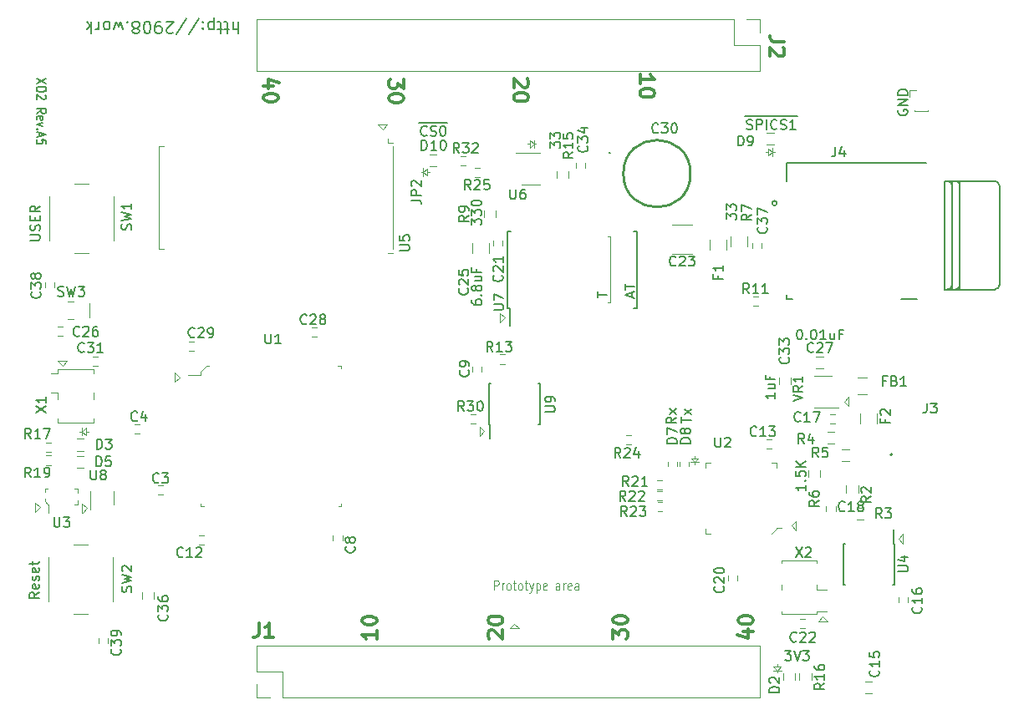
<source format=gto>
G04 #@! TF.GenerationSoftware,KiCad,Pcbnew,(5.1.2)-1*
G04 #@! TF.CreationDate,2020-06-11T21:16:14+09:00*
G04 #@! TF.ProjectId,o2_breakout,6f325f62-7265-4616-9b6f-75742e6b6963,rev?*
G04 #@! TF.SameCoordinates,Original*
G04 #@! TF.FileFunction,Legend,Top*
G04 #@! TF.FilePolarity,Positive*
%FSLAX46Y46*%
G04 Gerber Fmt 4.6, Leading zero omitted, Abs format (unit mm)*
G04 Created by KiCad (PCBNEW (5.1.2)-1) date 2020-06-11 21:16:14*
%MOMM*%
%LPD*%
G04 APERTURE LIST*
%ADD10C,0.120000*%
%ADD11C,0.150000*%
%ADD12C,0.300000*%
%ADD13C,0.100000*%
%ADD14C,0.127000*%
%ADD15C,0.200000*%
%ADD16C,0.254000*%
G04 APERTURE END LIST*
D10*
X169722800Y-104086400D02*
X170434000Y-104086400D01*
X170434000Y-104086400D02*
X170078400Y-104482900D01*
X169672000Y-104492800D02*
X170484800Y-104492800D01*
X170078400Y-103832400D02*
X170078400Y-104086400D01*
X170078400Y-104482900D02*
X170078400Y-104696000D01*
X170078400Y-104482900D02*
X169722800Y-104086400D01*
D11*
X123841191Y-59820242D02*
X123841191Y-61020242D01*
X123326905Y-59820242D02*
X123326905Y-60448814D01*
X123384048Y-60563100D01*
X123498334Y-60620242D01*
X123669762Y-60620242D01*
X123784048Y-60563100D01*
X123841191Y-60505957D01*
X122926905Y-60620242D02*
X122469762Y-60620242D01*
X122755477Y-61020242D02*
X122755477Y-59991671D01*
X122698334Y-59877385D01*
X122584048Y-59820242D01*
X122469762Y-59820242D01*
X122241191Y-60620242D02*
X121784048Y-60620242D01*
X122069762Y-61020242D02*
X122069762Y-59991671D01*
X122012620Y-59877385D01*
X121898334Y-59820242D01*
X121784048Y-59820242D01*
X121384048Y-60620242D02*
X121384048Y-59420242D01*
X121384048Y-60563100D02*
X121269762Y-60620242D01*
X121041191Y-60620242D01*
X120926905Y-60563100D01*
X120869762Y-60505957D01*
X120812620Y-60391671D01*
X120812620Y-60048814D01*
X120869762Y-59934528D01*
X120926905Y-59877385D01*
X121041191Y-59820242D01*
X121269762Y-59820242D01*
X121384048Y-59877385D01*
X120298334Y-59934528D02*
X120241191Y-59877385D01*
X120298334Y-59820242D01*
X120355477Y-59877385D01*
X120298334Y-59934528D01*
X120298334Y-59820242D01*
X120298334Y-60563100D02*
X120241191Y-60505957D01*
X120298334Y-60448814D01*
X120355477Y-60505957D01*
X120298334Y-60563100D01*
X120298334Y-60448814D01*
X118869762Y-61077385D02*
X119898334Y-59534528D01*
X117612620Y-61077385D02*
X118641191Y-59534528D01*
X117269762Y-60905957D02*
X117212620Y-60963100D01*
X117098334Y-61020242D01*
X116812620Y-61020242D01*
X116698334Y-60963100D01*
X116641191Y-60905957D01*
X116584048Y-60791671D01*
X116584048Y-60677385D01*
X116641191Y-60505957D01*
X117326905Y-59820242D01*
X116584048Y-59820242D01*
X116012620Y-59820242D02*
X115784048Y-59820242D01*
X115669762Y-59877385D01*
X115612620Y-59934528D01*
X115498334Y-60105957D01*
X115441191Y-60334528D01*
X115441191Y-60791671D01*
X115498334Y-60905957D01*
X115555477Y-60963100D01*
X115669762Y-61020242D01*
X115898334Y-61020242D01*
X116012620Y-60963100D01*
X116069762Y-60905957D01*
X116126905Y-60791671D01*
X116126905Y-60505957D01*
X116069762Y-60391671D01*
X116012620Y-60334528D01*
X115898334Y-60277385D01*
X115669762Y-60277385D01*
X115555477Y-60334528D01*
X115498334Y-60391671D01*
X115441191Y-60505957D01*
X114698334Y-61020242D02*
X114584048Y-61020242D01*
X114469762Y-60963100D01*
X114412620Y-60905957D01*
X114355477Y-60791671D01*
X114298334Y-60563100D01*
X114298334Y-60277385D01*
X114355477Y-60048814D01*
X114412620Y-59934528D01*
X114469762Y-59877385D01*
X114584048Y-59820242D01*
X114698334Y-59820242D01*
X114812620Y-59877385D01*
X114869762Y-59934528D01*
X114926905Y-60048814D01*
X114984048Y-60277385D01*
X114984048Y-60563100D01*
X114926905Y-60791671D01*
X114869762Y-60905957D01*
X114812620Y-60963100D01*
X114698334Y-61020242D01*
X113612620Y-60505957D02*
X113726905Y-60563100D01*
X113784048Y-60620242D01*
X113841191Y-60734528D01*
X113841191Y-60791671D01*
X113784048Y-60905957D01*
X113726905Y-60963100D01*
X113612620Y-61020242D01*
X113384048Y-61020242D01*
X113269762Y-60963100D01*
X113212620Y-60905957D01*
X113155477Y-60791671D01*
X113155477Y-60734528D01*
X113212620Y-60620242D01*
X113269762Y-60563100D01*
X113384048Y-60505957D01*
X113612620Y-60505957D01*
X113726905Y-60448814D01*
X113784048Y-60391671D01*
X113841191Y-60277385D01*
X113841191Y-60048814D01*
X113784048Y-59934528D01*
X113726905Y-59877385D01*
X113612620Y-59820242D01*
X113384048Y-59820242D01*
X113269762Y-59877385D01*
X113212620Y-59934528D01*
X113155477Y-60048814D01*
X113155477Y-60277385D01*
X113212620Y-60391671D01*
X113269762Y-60448814D01*
X113384048Y-60505957D01*
X112641191Y-59934528D02*
X112584048Y-59877385D01*
X112641191Y-59820242D01*
X112698334Y-59877385D01*
X112641191Y-59934528D01*
X112641191Y-59820242D01*
X112184048Y-60620242D02*
X111955477Y-59820242D01*
X111726905Y-60391671D01*
X111498334Y-59820242D01*
X111269762Y-60620242D01*
X110641191Y-59820242D02*
X110755477Y-59877385D01*
X110812620Y-59934528D01*
X110869762Y-60048814D01*
X110869762Y-60391671D01*
X110812620Y-60505957D01*
X110755477Y-60563100D01*
X110641191Y-60620242D01*
X110469762Y-60620242D01*
X110355477Y-60563100D01*
X110298334Y-60505957D01*
X110241191Y-60391671D01*
X110241191Y-60048814D01*
X110298334Y-59934528D01*
X110355477Y-59877385D01*
X110469762Y-59820242D01*
X110641191Y-59820242D01*
X109726905Y-59820242D02*
X109726905Y-60620242D01*
X109726905Y-60391671D02*
X109669762Y-60505957D01*
X109612620Y-60563100D01*
X109498334Y-60620242D01*
X109384048Y-60620242D01*
X108984048Y-59820242D02*
X108984048Y-61020242D01*
X108869762Y-60277385D02*
X108526905Y-59820242D01*
X108526905Y-60620242D02*
X108984048Y-60163100D01*
X142159219Y-70052600D02*
X143159219Y-70052600D01*
X142968742Y-71324742D02*
X142921123Y-71372361D01*
X142778266Y-71419980D01*
X142683028Y-71419980D01*
X142540171Y-71372361D01*
X142444933Y-71277123D01*
X142397314Y-71181885D01*
X142349695Y-70991409D01*
X142349695Y-70848552D01*
X142397314Y-70658076D01*
X142444933Y-70562838D01*
X142540171Y-70467600D01*
X142683028Y-70419980D01*
X142778266Y-70419980D01*
X142921123Y-70467600D01*
X142968742Y-70515219D01*
X143159219Y-70052600D02*
X144111600Y-70052600D01*
X143349695Y-71372361D02*
X143492552Y-71419980D01*
X143730647Y-71419980D01*
X143825885Y-71372361D01*
X143873504Y-71324742D01*
X143921123Y-71229504D01*
X143921123Y-71134266D01*
X143873504Y-71039028D01*
X143825885Y-70991409D01*
X143730647Y-70943790D01*
X143540171Y-70896171D01*
X143444933Y-70848552D01*
X143397314Y-70800933D01*
X143349695Y-70705695D01*
X143349695Y-70610457D01*
X143397314Y-70515219D01*
X143444933Y-70467600D01*
X143540171Y-70419980D01*
X143778266Y-70419980D01*
X143921123Y-70467600D01*
X144111600Y-70052600D02*
X145063980Y-70052600D01*
X144540171Y-70419980D02*
X144635409Y-70419980D01*
X144730647Y-70467600D01*
X144778266Y-70515219D01*
X144825885Y-70610457D01*
X144873504Y-70800933D01*
X144873504Y-71039028D01*
X144825885Y-71229504D01*
X144778266Y-71324742D01*
X144730647Y-71372361D01*
X144635409Y-71419980D01*
X144540171Y-71419980D01*
X144444933Y-71372361D01*
X144397314Y-71324742D01*
X144349695Y-71229504D01*
X144302076Y-71039028D01*
X144302076Y-70800933D01*
X144349695Y-70610457D01*
X144397314Y-70515219D01*
X144444933Y-70467600D01*
X144540171Y-70419980D01*
D10*
X142610840Y-74693780D02*
X142610840Y-75506580D01*
X143017240Y-74744580D02*
X143017240Y-75455780D01*
X142620740Y-75100180D02*
X143017240Y-74744580D01*
X142620740Y-75100180D02*
X142407640Y-75100180D01*
X143271240Y-75100180D02*
X143017240Y-75100180D01*
X143017240Y-75455780D02*
X142620740Y-75100180D01*
X153426160Y-71876920D02*
X153822660Y-72232520D01*
D11*
X175184133Y-69392200D02*
X176136514Y-69392200D01*
X175374609Y-70711961D02*
X175517466Y-70759580D01*
X175755561Y-70759580D01*
X175850800Y-70711961D01*
X175898419Y-70664342D01*
X175946038Y-70569104D01*
X175946038Y-70473866D01*
X175898419Y-70378628D01*
X175850800Y-70331009D01*
X175755561Y-70283390D01*
X175565085Y-70235771D01*
X175469847Y-70188152D01*
X175422228Y-70140533D01*
X175374609Y-70045295D01*
X175374609Y-69950057D01*
X175422228Y-69854819D01*
X175469847Y-69807200D01*
X175565085Y-69759580D01*
X175803180Y-69759580D01*
X175946038Y-69807200D01*
X176136514Y-69392200D02*
X177136514Y-69392200D01*
X176374609Y-70759580D02*
X176374609Y-69759580D01*
X176755561Y-69759580D01*
X176850800Y-69807200D01*
X176898419Y-69854819D01*
X176946038Y-69950057D01*
X176946038Y-70092914D01*
X176898419Y-70188152D01*
X176850800Y-70235771D01*
X176755561Y-70283390D01*
X176374609Y-70283390D01*
X177136514Y-69392200D02*
X177612704Y-69392200D01*
X177374609Y-70759580D02*
X177374609Y-69759580D01*
X177612704Y-69392200D02*
X178612704Y-69392200D01*
X178422228Y-70664342D02*
X178374609Y-70711961D01*
X178231752Y-70759580D01*
X178136514Y-70759580D01*
X177993657Y-70711961D01*
X177898419Y-70616723D01*
X177850800Y-70521485D01*
X177803180Y-70331009D01*
X177803180Y-70188152D01*
X177850800Y-69997676D01*
X177898419Y-69902438D01*
X177993657Y-69807200D01*
X178136514Y-69759580D01*
X178231752Y-69759580D01*
X178374609Y-69807200D01*
X178422228Y-69854819D01*
X178612704Y-69392200D02*
X179565085Y-69392200D01*
X178803180Y-70711961D02*
X178946038Y-70759580D01*
X179184133Y-70759580D01*
X179279371Y-70711961D01*
X179326990Y-70664342D01*
X179374609Y-70569104D01*
X179374609Y-70473866D01*
X179326990Y-70378628D01*
X179279371Y-70331009D01*
X179184133Y-70283390D01*
X178993657Y-70235771D01*
X178898419Y-70188152D01*
X178850800Y-70140533D01*
X178803180Y-70045295D01*
X178803180Y-69950057D01*
X178850800Y-69854819D01*
X178898419Y-69807200D01*
X178993657Y-69759580D01*
X179231752Y-69759580D01*
X179374609Y-69807200D01*
X179565085Y-69392200D02*
X180517466Y-69392200D01*
X180326990Y-70759580D02*
X179755561Y-70759580D01*
X180041276Y-70759580D02*
X180041276Y-69759580D01*
X179946038Y-69902438D01*
X179850800Y-69997676D01*
X179755561Y-70045295D01*
D10*
X178008280Y-73472040D02*
X178008280Y-72659240D01*
X177325020Y-73075800D02*
X177579020Y-73075800D01*
X177978060Y-73073260D02*
X178191160Y-73073260D01*
X177978060Y-73073260D02*
X177581560Y-73428860D01*
X177579020Y-73431400D02*
X177579020Y-72720200D01*
X177581560Y-72717660D02*
X177978060Y-73073260D01*
D11*
X160234380Y-87788714D02*
X160234380Y-87217285D01*
X161234380Y-87503000D02*
X160234380Y-87503000D01*
X163742666Y-87741047D02*
X163742666Y-87264857D01*
X164028380Y-87836285D02*
X163028380Y-87502952D01*
X164028380Y-87169619D01*
X163028380Y-86979142D02*
X163028380Y-86407714D01*
X164028380Y-86693428D02*
X163028380Y-86693428D01*
D10*
X161544000Y-88265000D02*
X161290000Y-88265000D01*
X161544000Y-81635600D02*
X161544000Y-88265000D01*
X161290000Y-81635600D02*
X161544000Y-81635600D01*
X149793933Y-117447580D02*
X149793933Y-116447580D01*
X150098695Y-116447580D01*
X150174885Y-116495200D01*
X150212980Y-116542819D01*
X150251076Y-116638057D01*
X150251076Y-116780914D01*
X150212980Y-116876152D01*
X150174885Y-116923771D01*
X150098695Y-116971390D01*
X149793933Y-116971390D01*
X150593933Y-117447580D02*
X150593933Y-116780914D01*
X150593933Y-116971390D02*
X150632028Y-116876152D01*
X150670123Y-116828533D01*
X150746314Y-116780914D01*
X150822504Y-116780914D01*
X151203457Y-117447580D02*
X151127266Y-117399961D01*
X151089171Y-117352342D01*
X151051076Y-117257104D01*
X151051076Y-116971390D01*
X151089171Y-116876152D01*
X151127266Y-116828533D01*
X151203457Y-116780914D01*
X151317742Y-116780914D01*
X151393933Y-116828533D01*
X151432028Y-116876152D01*
X151470123Y-116971390D01*
X151470123Y-117257104D01*
X151432028Y-117352342D01*
X151393933Y-117399961D01*
X151317742Y-117447580D01*
X151203457Y-117447580D01*
X151698695Y-116780914D02*
X152003457Y-116780914D01*
X151812980Y-116447580D02*
X151812980Y-117304723D01*
X151851076Y-117399961D01*
X151927266Y-117447580D01*
X152003457Y-117447580D01*
X152384409Y-117447580D02*
X152308219Y-117399961D01*
X152270123Y-117352342D01*
X152232028Y-117257104D01*
X152232028Y-116971390D01*
X152270123Y-116876152D01*
X152308219Y-116828533D01*
X152384409Y-116780914D01*
X152498695Y-116780914D01*
X152574885Y-116828533D01*
X152612980Y-116876152D01*
X152651076Y-116971390D01*
X152651076Y-117257104D01*
X152612980Y-117352342D01*
X152574885Y-117399961D01*
X152498695Y-117447580D01*
X152384409Y-117447580D01*
X152879647Y-116780914D02*
X153184409Y-116780914D01*
X152993933Y-116447580D02*
X152993933Y-117304723D01*
X153032028Y-117399961D01*
X153108219Y-117447580D01*
X153184409Y-117447580D01*
X153374885Y-116780914D02*
X153565361Y-117447580D01*
X153755838Y-116780914D02*
X153565361Y-117447580D01*
X153489171Y-117685676D01*
X153451076Y-117733295D01*
X153374885Y-117780914D01*
X154060600Y-116780914D02*
X154060600Y-117780914D01*
X154060600Y-116828533D02*
X154136790Y-116780914D01*
X154289171Y-116780914D01*
X154365361Y-116828533D01*
X154403457Y-116876152D01*
X154441552Y-116971390D01*
X154441552Y-117257104D01*
X154403457Y-117352342D01*
X154365361Y-117399961D01*
X154289171Y-117447580D01*
X154136790Y-117447580D01*
X154060600Y-117399961D01*
X155089171Y-117399961D02*
X155012980Y-117447580D01*
X154860600Y-117447580D01*
X154784409Y-117399961D01*
X154746314Y-117304723D01*
X154746314Y-116923771D01*
X154784409Y-116828533D01*
X154860600Y-116780914D01*
X155012980Y-116780914D01*
X155089171Y-116828533D01*
X155127266Y-116923771D01*
X155127266Y-117019009D01*
X154746314Y-117114247D01*
X156422504Y-117447580D02*
X156422504Y-116923771D01*
X156384409Y-116828533D01*
X156308219Y-116780914D01*
X156155838Y-116780914D01*
X156079647Y-116828533D01*
X156422504Y-117399961D02*
X156346314Y-117447580D01*
X156155838Y-117447580D01*
X156079647Y-117399961D01*
X156041552Y-117304723D01*
X156041552Y-117209485D01*
X156079647Y-117114247D01*
X156155838Y-117066628D01*
X156346314Y-117066628D01*
X156422504Y-117019009D01*
X156803457Y-117447580D02*
X156803457Y-116780914D01*
X156803457Y-116971390D02*
X156841552Y-116876152D01*
X156879647Y-116828533D01*
X156955838Y-116780914D01*
X157032028Y-116780914D01*
X157603457Y-117399961D02*
X157527266Y-117447580D01*
X157374885Y-117447580D01*
X157298695Y-117399961D01*
X157260600Y-117304723D01*
X157260600Y-116923771D01*
X157298695Y-116828533D01*
X157374885Y-116780914D01*
X157527266Y-116780914D01*
X157603457Y-116828533D01*
X157641552Y-116923771D01*
X157641552Y-117019009D01*
X157260600Y-117114247D01*
X158327266Y-117447580D02*
X158327266Y-116923771D01*
X158289171Y-116828533D01*
X158212980Y-116780914D01*
X158060600Y-116780914D01*
X157984409Y-116828533D01*
X158327266Y-117399961D02*
X158251076Y-117447580D01*
X158060600Y-117447580D01*
X157984409Y-117399961D01*
X157946314Y-117304723D01*
X157946314Y-117209485D01*
X157984409Y-117114247D01*
X158060600Y-117066628D01*
X158251076Y-117066628D01*
X158327266Y-117019009D01*
X151361700Y-121333000D02*
X152301500Y-121333000D01*
X151831600Y-120863100D02*
X151361700Y-121333000D01*
X152301500Y-121333000D02*
X151831600Y-120863100D01*
D11*
X168219380Y-99942638D02*
X167743190Y-100275971D01*
X168219380Y-100514066D02*
X167219380Y-100514066D01*
X167219380Y-100133114D01*
X167267000Y-100037876D01*
X167314619Y-99990257D01*
X167409857Y-99942638D01*
X167552714Y-99942638D01*
X167647952Y-99990257D01*
X167695571Y-100037876D01*
X167743190Y-100133114D01*
X167743190Y-100514066D01*
X168219380Y-99609304D02*
X167552714Y-99085495D01*
X167552714Y-99609304D02*
X168219380Y-99085495D01*
X168730680Y-100521600D02*
X168730680Y-99921600D01*
X169730680Y-100221600D02*
X168730680Y-100221600D01*
X169730680Y-99671600D02*
X169064014Y-99121600D01*
X169064014Y-99671600D02*
X169730680Y-99121600D01*
D12*
X164561128Y-66071785D02*
X164561128Y-65214642D01*
X164561128Y-65643214D02*
X166061128Y-65643214D01*
X165846842Y-65500357D01*
X165703985Y-65357500D01*
X165632557Y-65214642D01*
X166061128Y-67000357D02*
X166061128Y-67143214D01*
X165989700Y-67286071D01*
X165918271Y-67357500D01*
X165775414Y-67428928D01*
X165489700Y-67500357D01*
X165132557Y-67500357D01*
X164846842Y-67428928D01*
X164703985Y-67357500D01*
X164632557Y-67286071D01*
X164561128Y-67143214D01*
X164561128Y-67000357D01*
X164632557Y-66857500D01*
X164703985Y-66786071D01*
X164846842Y-66714642D01*
X165132557Y-66643214D01*
X165489700Y-66643214D01*
X165775414Y-66714642D01*
X165918271Y-66786071D01*
X165989700Y-66857500D01*
X166061128Y-67000357D01*
D11*
X179241604Y-123587260D02*
X179860652Y-123587260D01*
X179527319Y-123968213D01*
X179670176Y-123968213D01*
X179765414Y-124015832D01*
X179813033Y-124063451D01*
X179860652Y-124158689D01*
X179860652Y-124396784D01*
X179813033Y-124492022D01*
X179765414Y-124539641D01*
X179670176Y-124587260D01*
X179384461Y-124587260D01*
X179289223Y-124539641D01*
X179241604Y-124492022D01*
X180146366Y-123587260D02*
X180479700Y-124587260D01*
X180813033Y-123587260D01*
X181051128Y-123587260D02*
X181670176Y-123587260D01*
X181336842Y-123968213D01*
X181479700Y-123968213D01*
X181574938Y-124015832D01*
X181622557Y-124063451D01*
X181670176Y-124158689D01*
X181670176Y-124396784D01*
X181622557Y-124492022D01*
X181574938Y-124539641D01*
X181479700Y-124587260D01*
X181193985Y-124587260D01*
X181098747Y-124539641D01*
X181051128Y-124492022D01*
D10*
X153832560Y-72638920D02*
X153832560Y-71826120D01*
X153172160Y-72232520D02*
X153426160Y-72232520D01*
X153822660Y-72232520D02*
X154035760Y-72232520D01*
X153822660Y-72232520D02*
X153426160Y-72588120D01*
X153426160Y-72588120D02*
X153426160Y-71876920D01*
X108549440Y-109131100D02*
X108087160Y-109593380D01*
X108033560Y-101389180D02*
X108430060Y-101033580D01*
X108430060Y-101033580D02*
X108430060Y-101744780D01*
X108430060Y-101744780D02*
X108033560Y-101389180D01*
X108023660Y-100982780D02*
X108023660Y-101795580D01*
X108684060Y-101389180D02*
X108430060Y-101389180D01*
X108033560Y-101389180D02*
X107820460Y-101389180D01*
X178805840Y-125206760D02*
X178450240Y-125603260D01*
X178092100Y-125204220D02*
X178803300Y-125204220D01*
X178450240Y-125603260D02*
X178094640Y-125206760D01*
X178450240Y-125603260D02*
X178450240Y-125816360D01*
X178447700Y-124950220D02*
X178447700Y-125204220D01*
X178051460Y-125633480D02*
X178864260Y-125633480D01*
X183558740Y-120604020D02*
X183088840Y-120134120D01*
X182618940Y-120604020D02*
X183558740Y-120604020D01*
X183088840Y-120134120D02*
X182618940Y-120604020D01*
X105579620Y-94259660D02*
X106049520Y-94729560D01*
X106049520Y-94729560D02*
X106519420Y-94259660D01*
X106519420Y-94259660D02*
X105579620Y-94259660D01*
X103294440Y-109515200D02*
X103764340Y-109045300D01*
X103764340Y-109045300D02*
X103294440Y-108575400D01*
X103294440Y-108575400D02*
X103294440Y-109515200D01*
X108547160Y-109136740D02*
X108077260Y-108666840D01*
X108077260Y-108666840D02*
X108077260Y-109606640D01*
X148323560Y-101839320D02*
X148793460Y-101369420D01*
X148793460Y-101369420D02*
X148323560Y-100899520D01*
X148323560Y-100899520D02*
X148323560Y-101839320D01*
X191208100Y-111772960D02*
X190738200Y-112242860D01*
X190743540Y-112251040D02*
X191213440Y-112720940D01*
X191208100Y-112712760D02*
X191208100Y-111772960D01*
X180349900Y-110436100D02*
X179880000Y-110906000D01*
X179880000Y-110906000D02*
X180349900Y-111375900D01*
X180349900Y-111375900D02*
X180349900Y-110436100D01*
X185683900Y-97863100D02*
X185214000Y-98333000D01*
X185214000Y-98333000D02*
X185683900Y-98802900D01*
X185683900Y-98802900D02*
X185683900Y-97863100D01*
X150396200Y-90300100D02*
X150866100Y-89830200D01*
X150866100Y-89830200D02*
X150396200Y-89360300D01*
X150396200Y-89360300D02*
X150396200Y-90300100D01*
D12*
X125966600Y-120768371D02*
X125966600Y-121839800D01*
X125895171Y-122054085D01*
X125752314Y-122196942D01*
X125538028Y-122268371D01*
X125395171Y-122268371D01*
X127466600Y-122268371D02*
X126609457Y-122268371D01*
X127038028Y-122268371D02*
X127038028Y-120768371D01*
X126895171Y-120982657D01*
X126752314Y-121125514D01*
X126609457Y-121196942D01*
X161814771Y-122397685D02*
X161814771Y-121469114D01*
X162386200Y-121969114D01*
X162386200Y-121754828D01*
X162457628Y-121611971D01*
X162529057Y-121540542D01*
X162671914Y-121469114D01*
X163029057Y-121469114D01*
X163171914Y-121540542D01*
X163243342Y-121611971D01*
X163314771Y-121754828D01*
X163314771Y-122183400D01*
X163243342Y-122326257D01*
X163171914Y-122397685D01*
X161814771Y-120540542D02*
X161814771Y-120397685D01*
X161886200Y-120254828D01*
X161957628Y-120183400D01*
X162100485Y-120111971D01*
X162386200Y-120040542D01*
X162743342Y-120040542D01*
X163029057Y-120111971D01*
X163171914Y-120183400D01*
X163243342Y-120254828D01*
X163314771Y-120397685D01*
X163314771Y-120540542D01*
X163243342Y-120683400D01*
X163171914Y-120754828D01*
X163029057Y-120826257D01*
X162743342Y-120897685D01*
X162386200Y-120897685D01*
X162100485Y-120826257D01*
X161957628Y-120754828D01*
X161886200Y-120683400D01*
X161814771Y-120540542D01*
X137889371Y-121545314D02*
X137889371Y-122402457D01*
X137889371Y-121973885D02*
X136389371Y-121973885D01*
X136603657Y-122116742D01*
X136746514Y-122259600D01*
X136817942Y-122402457D01*
X136389371Y-120616742D02*
X136389371Y-120473885D01*
X136460800Y-120331028D01*
X136532228Y-120259600D01*
X136675085Y-120188171D01*
X136960800Y-120116742D01*
X137317942Y-120116742D01*
X137603657Y-120188171D01*
X137746514Y-120259600D01*
X137817942Y-120331028D01*
X137889371Y-120473885D01*
X137889371Y-120616742D01*
X137817942Y-120759600D01*
X137746514Y-120831028D01*
X137603657Y-120902457D01*
X137317942Y-120973885D01*
X136960800Y-120973885D01*
X136675085Y-120902457D01*
X136532228Y-120831028D01*
X136460800Y-120759600D01*
X136389371Y-120616742D01*
X149308428Y-122377057D02*
X149237000Y-122305628D01*
X149165571Y-122162771D01*
X149165571Y-121805628D01*
X149237000Y-121662771D01*
X149308428Y-121591342D01*
X149451285Y-121519914D01*
X149594142Y-121519914D01*
X149808428Y-121591342D01*
X150665571Y-122448485D01*
X150665571Y-121519914D01*
X149165571Y-120591342D02*
X149165571Y-120448485D01*
X149237000Y-120305628D01*
X149308428Y-120234200D01*
X149451285Y-120162771D01*
X149737000Y-120091342D01*
X150094142Y-120091342D01*
X150379857Y-120162771D01*
X150522714Y-120234200D01*
X150594142Y-120305628D01*
X150665571Y-120448485D01*
X150665571Y-120591342D01*
X150594142Y-120734200D01*
X150522714Y-120805628D01*
X150379857Y-120877057D01*
X150094142Y-120948485D01*
X149737000Y-120948485D01*
X149451285Y-120877057D01*
X149308428Y-120805628D01*
X149237000Y-120734200D01*
X149165571Y-120591342D01*
X175014771Y-121637371D02*
X176014771Y-121637371D01*
X174443342Y-121994514D02*
X175514771Y-122351657D01*
X175514771Y-121423085D01*
X174514771Y-120565942D02*
X174514771Y-120423085D01*
X174586200Y-120280228D01*
X174657628Y-120208800D01*
X174800485Y-120137371D01*
X175086200Y-120065942D01*
X175443342Y-120065942D01*
X175729057Y-120137371D01*
X175871914Y-120208800D01*
X175943342Y-120280228D01*
X176014771Y-120423085D01*
X176014771Y-120565942D01*
X175943342Y-120708800D01*
X175871914Y-120780228D01*
X175729057Y-120851657D01*
X175443342Y-120923085D01*
X175086200Y-120923085D01*
X174800485Y-120851657D01*
X174657628Y-120780228D01*
X174586200Y-120708800D01*
X174514771Y-120565942D01*
X127448428Y-66398828D02*
X126448428Y-66398828D01*
X128019857Y-66041685D02*
X126948428Y-65684542D01*
X126948428Y-66613114D01*
X127948428Y-67470257D02*
X127948428Y-67613114D01*
X127877000Y-67755971D01*
X127805571Y-67827400D01*
X127662714Y-67898828D01*
X127377000Y-67970257D01*
X127019857Y-67970257D01*
X126734142Y-67898828D01*
X126591285Y-67827400D01*
X126519857Y-67755971D01*
X126448428Y-67613114D01*
X126448428Y-67470257D01*
X126519857Y-67327400D01*
X126591285Y-67255971D01*
X126734142Y-67184542D01*
X127019857Y-67113114D01*
X127377000Y-67113114D01*
X127662714Y-67184542D01*
X127805571Y-67255971D01*
X127877000Y-67327400D01*
X127948428Y-67470257D01*
X140623028Y-65663914D02*
X140623028Y-66592485D01*
X140051600Y-66092485D01*
X140051600Y-66306771D01*
X139980171Y-66449628D01*
X139908742Y-66521057D01*
X139765885Y-66592485D01*
X139408742Y-66592485D01*
X139265885Y-66521057D01*
X139194457Y-66449628D01*
X139123028Y-66306771D01*
X139123028Y-65878200D01*
X139194457Y-65735342D01*
X139265885Y-65663914D01*
X140623028Y-67521057D02*
X140623028Y-67663914D01*
X140551600Y-67806771D01*
X140480171Y-67878200D01*
X140337314Y-67949628D01*
X140051600Y-68021057D01*
X139694457Y-68021057D01*
X139408742Y-67949628D01*
X139265885Y-67878200D01*
X139194457Y-67806771D01*
X139123028Y-67663914D01*
X139123028Y-67521057D01*
X139194457Y-67378200D01*
X139265885Y-67306771D01*
X139408742Y-67235342D01*
X139694457Y-67163914D01*
X140051600Y-67163914D01*
X140337314Y-67235342D01*
X140480171Y-67306771D01*
X140551600Y-67378200D01*
X140623028Y-67521057D01*
X179192928Y-61857000D02*
X178121500Y-61857000D01*
X177907214Y-61785571D01*
X177764357Y-61642714D01*
X177692928Y-61428428D01*
X177692928Y-61285571D01*
X179050071Y-62499857D02*
X179121500Y-62571285D01*
X179192928Y-62714142D01*
X179192928Y-63071285D01*
X179121500Y-63214142D01*
X179050071Y-63285571D01*
X178907214Y-63357000D01*
X178764357Y-63357000D01*
X178550071Y-63285571D01*
X177692928Y-62428428D01*
X177692928Y-63357000D01*
X153129371Y-65633742D02*
X153200800Y-65705171D01*
X153272228Y-65848028D01*
X153272228Y-66205171D01*
X153200800Y-66348028D01*
X153129371Y-66419457D01*
X152986514Y-66490885D01*
X152843657Y-66490885D01*
X152629371Y-66419457D01*
X151772228Y-65562314D01*
X151772228Y-66490885D01*
X153272228Y-67419457D02*
X153272228Y-67562314D01*
X153200800Y-67705171D01*
X153129371Y-67776600D01*
X152986514Y-67848028D01*
X152700800Y-67919457D01*
X152343657Y-67919457D01*
X152057942Y-67848028D01*
X151915085Y-67776600D01*
X151843657Y-67705171D01*
X151772228Y-67562314D01*
X151772228Y-67419457D01*
X151843657Y-67276600D01*
X151915085Y-67205171D01*
X152057942Y-67133742D01*
X152343657Y-67062314D01*
X152700800Y-67062314D01*
X152986514Y-67133742D01*
X153129371Y-67205171D01*
X153200800Y-67276600D01*
X153272228Y-67419457D01*
D11*
X104423459Y-65617506D02*
X103423459Y-66150840D01*
X104423459Y-66150840D02*
X103423459Y-65617506D01*
X104423459Y-66607982D02*
X104423459Y-66760363D01*
X104375840Y-66836554D01*
X104280601Y-66912744D01*
X104090125Y-66950840D01*
X103756792Y-66950840D01*
X103566316Y-66912744D01*
X103471078Y-66836554D01*
X103423459Y-66760363D01*
X103423459Y-66607982D01*
X103471078Y-66531792D01*
X103566316Y-66455601D01*
X103756792Y-66417506D01*
X104090125Y-66417506D01*
X104280601Y-66455601D01*
X104375840Y-66531792D01*
X104423459Y-66607982D01*
X104328220Y-67255601D02*
X104375840Y-67293697D01*
X104423459Y-67369887D01*
X104423459Y-67560363D01*
X104375840Y-67636554D01*
X104328220Y-67674649D01*
X104232982Y-67712744D01*
X104137744Y-67712744D01*
X103994887Y-67674649D01*
X103423459Y-67217506D01*
X103423459Y-67712744D01*
X103423459Y-69122268D02*
X103899649Y-68855601D01*
X103423459Y-68665125D02*
X104423459Y-68665125D01*
X104423459Y-68969887D01*
X104375840Y-69046078D01*
X104328220Y-69084173D01*
X104232982Y-69122268D01*
X104090125Y-69122268D01*
X103994887Y-69084173D01*
X103947268Y-69046078D01*
X103899649Y-68969887D01*
X103899649Y-68665125D01*
X103471078Y-69769887D02*
X103423459Y-69693697D01*
X103423459Y-69541316D01*
X103471078Y-69465125D01*
X103566316Y-69427030D01*
X103947268Y-69427030D01*
X104042506Y-69465125D01*
X104090125Y-69541316D01*
X104090125Y-69693697D01*
X104042506Y-69769887D01*
X103947268Y-69807982D01*
X103852030Y-69807982D01*
X103756792Y-69427030D01*
X104090125Y-70074649D02*
X103423459Y-70265125D01*
X104090125Y-70455601D01*
X103518697Y-70760363D02*
X103471078Y-70798459D01*
X103423459Y-70760363D01*
X103471078Y-70722268D01*
X103518697Y-70760363D01*
X103423459Y-70760363D01*
X103709173Y-71103220D02*
X103709173Y-71484173D01*
X103423459Y-71027030D02*
X104423459Y-71293697D01*
X103423459Y-71560363D01*
X104423459Y-72207982D02*
X104423459Y-71827030D01*
X103947268Y-71788935D01*
X103994887Y-71827030D01*
X104042506Y-71903220D01*
X104042506Y-72093697D01*
X103994887Y-72169887D01*
X103947268Y-72207982D01*
X103852030Y-72246078D01*
X103613935Y-72246078D01*
X103518697Y-72207982D01*
X103471078Y-72169887D01*
X103423459Y-72093697D01*
X103423459Y-71903220D01*
X103471078Y-71827030D01*
X103518697Y-71788935D01*
D10*
X117459200Y-95430600D02*
X117459200Y-96370400D01*
X117929100Y-95900500D02*
X117459200Y-95430600D01*
X117459200Y-96370400D02*
X117929100Y-95900500D01*
X138477700Y-70729100D02*
X138947600Y-70259200D01*
X138007800Y-70259200D02*
X138477700Y-70729100D01*
X138947600Y-70259200D02*
X138007800Y-70259200D01*
X116264500Y-106857700D02*
X115764500Y-106857700D01*
X115764500Y-107797700D02*
X116264500Y-107797700D01*
D13*
X108825300Y-89809860D02*
X108825300Y-88409860D01*
X106925300Y-88209860D02*
X107225300Y-88209860D01*
X106925300Y-88209860D02*
X106625300Y-88209860D01*
X106925300Y-90009860D02*
X107225300Y-90009860D01*
X106925300Y-90009860D02*
X106625300Y-90009860D01*
D10*
X105556240Y-91661080D02*
X106056240Y-91661080D01*
X106056240Y-90721080D02*
X105556240Y-90721080D01*
X154404900Y-73142200D02*
X151954900Y-73142200D01*
X152604900Y-76362200D02*
X154404900Y-76362200D01*
X146909600Y-73482100D02*
X146409600Y-73482100D01*
X146409600Y-74422100D02*
X146909600Y-74422100D01*
X143274300Y-73263200D02*
X143974300Y-73263200D01*
X143974300Y-74463200D02*
X143274300Y-74463200D01*
X178099200Y-72329600D02*
X177399200Y-72329600D01*
X177399200Y-71129600D02*
X178099200Y-71129600D01*
D14*
X195676500Y-75986000D02*
X196176500Y-75986000D01*
X196176500Y-75986000D02*
X196176500Y-76486000D01*
X196176500Y-76486000D02*
X196176500Y-86486000D01*
X196176500Y-86486000D02*
X196176500Y-86986000D01*
X196176500Y-86986000D02*
X195676500Y-86986000D01*
X196476500Y-75986000D02*
X196976500Y-75986000D01*
X196976500Y-75986000D02*
X196976500Y-76486000D01*
X196976500Y-76486000D02*
X196976500Y-86486000D01*
X196976500Y-86486000D02*
X196976500Y-86986000D01*
X196976500Y-86986000D02*
X196476500Y-86986000D01*
X195376500Y-86986000D02*
X195376500Y-75986000D01*
X200976500Y-76486000D02*
X200976500Y-86486000D01*
X195376500Y-75986000D02*
X195676500Y-75986000D01*
X196176500Y-75986000D02*
X196476500Y-75986000D01*
X196976500Y-75986000D02*
X200476500Y-75986000D01*
X195376500Y-86986000D02*
X195676500Y-86986000D01*
X196176500Y-86986000D02*
X196476500Y-86986000D01*
X196976500Y-86986000D02*
X200476500Y-86986000D01*
X179426500Y-87536000D02*
X179426500Y-87986000D01*
X179426500Y-87986000D02*
X179976500Y-87986000D01*
X179426500Y-75986000D02*
X179426500Y-74136000D01*
X179426500Y-74136000D02*
X193576500Y-74136000D01*
D15*
X178426500Y-78236000D02*
G75*
G03X178426500Y-78236000I-250000J0D01*
G01*
D14*
X192576500Y-87986000D02*
X190976500Y-87986000D01*
X200476500Y-86986000D02*
G75*
G03X200976500Y-86486000I0J500000D01*
G01*
X196476500Y-86986000D02*
G75*
G03X196976500Y-86486000I0J500000D01*
G01*
X195676500Y-86986000D02*
G75*
G03X196176500Y-86486000I0J500000D01*
G01*
X200476500Y-75986000D02*
G75*
G02X200976500Y-76486000I0J-500000D01*
G01*
X196476500Y-75986000D02*
G75*
G02X196976500Y-76486000I0J-500000D01*
G01*
X195676500Y-75986000D02*
G75*
G02X196176500Y-76486000I0J-500000D01*
G01*
D10*
X169828720Y-80412140D02*
X167828720Y-80412140D01*
X167828720Y-83372140D02*
X169828720Y-83372140D01*
X191862400Y-66802800D02*
X192557400Y-66802800D01*
X191862400Y-67487800D02*
X191862400Y-66802800D01*
X193673676Y-68934800D02*
X193760400Y-68934800D01*
X192370400Y-68934800D02*
X192457124Y-68934800D01*
X193760400Y-68934800D02*
X193760400Y-68809800D01*
X192370400Y-68934800D02*
X192370400Y-68809800D01*
X192370400Y-68934800D02*
X193760400Y-68934800D01*
X109699400Y-122299000D02*
X109699400Y-122799000D01*
X110639400Y-122799000D02*
X110639400Y-122299000D01*
X173754680Y-81595340D02*
X173754680Y-82595340D01*
X175454680Y-82595340D02*
X175454680Y-81595340D01*
X147445920Y-100548540D02*
X147945920Y-100548540D01*
X147945920Y-99608540D02*
X147445920Y-99608540D01*
D11*
X151380500Y-88853500D02*
X151380500Y-90653500D01*
X164280500Y-88853500D02*
X164280500Y-81103500D01*
X151130500Y-88853500D02*
X151130500Y-81103500D01*
X164280500Y-88853500D02*
X163945500Y-88853500D01*
X164280500Y-81103500D02*
X163945500Y-81103500D01*
X151130500Y-81103500D02*
X151465500Y-81103500D01*
X151130500Y-88853500D02*
X151380500Y-88853500D01*
D15*
X190098220Y-103713440D02*
G75*
G03X190098220Y-103713440I-100000J0D01*
G01*
D10*
X169494300Y-104923400D02*
X169494300Y-104423400D01*
X168554300Y-104423400D02*
X168554300Y-104923400D01*
X168351300Y-104923400D02*
X168351300Y-104423400D01*
X167411300Y-104423400D02*
X167411300Y-104923400D01*
X108664000Y-112884000D02*
X107164000Y-112884000D01*
X104664000Y-114134000D02*
X104664000Y-118634000D01*
X107164000Y-119884000D02*
X108664000Y-119884000D01*
X111164000Y-118634000D02*
X111164000Y-114134000D01*
X107236000Y-83305600D02*
X108736000Y-83305600D01*
X111236000Y-82055600D02*
X111236000Y-77555600D01*
X108736000Y-76305600D02*
X107236000Y-76305600D01*
X104736000Y-77555600D02*
X104736000Y-82055600D01*
X104327300Y-86252500D02*
X104327300Y-86752500D01*
X105267300Y-86752500D02*
X105267300Y-86252500D01*
D11*
X149333980Y-100660020D02*
X149333980Y-102060020D01*
X154433980Y-100660020D02*
X154433980Y-96510020D01*
X149283980Y-100660020D02*
X149283980Y-96510020D01*
X154433980Y-100660020D02*
X154288980Y-100660020D01*
X154433980Y-96510020D02*
X154288980Y-96510020D01*
X149283980Y-96510020D02*
X149428980Y-96510020D01*
X149283980Y-100660020D02*
X149333980Y-100660020D01*
D10*
X115815000Y-77676000D02*
X115815000Y-82866000D01*
X115815000Y-82866000D02*
X116315000Y-82866000D01*
X115815000Y-77676000D02*
X115815000Y-72486000D01*
X115815000Y-72486000D02*
X116315000Y-72486000D01*
X139525000Y-77676000D02*
X139525000Y-82866000D01*
X139525000Y-83266000D02*
X139025000Y-83266000D01*
X139525000Y-77676000D02*
X139525000Y-72486000D01*
X139525000Y-72086000D02*
X139025000Y-72086000D01*
X139025000Y-72086000D02*
X139025000Y-71726000D01*
X182413160Y-93819420D02*
X183113160Y-93819420D01*
X183113160Y-95019420D02*
X182413160Y-95019420D01*
X181576420Y-105998760D02*
X181576420Y-105298760D01*
X182776420Y-105298760D02*
X182776420Y-105998760D01*
X185031900Y-103171700D02*
X185731900Y-103171700D01*
X185731900Y-104371700D02*
X185031900Y-104371700D01*
X183548540Y-101426720D02*
X184248540Y-101426720D01*
X184248540Y-102626720D02*
X183548540Y-102626720D01*
X111243600Y-108807480D02*
X111243600Y-107407480D01*
X108923600Y-107407480D02*
X108923600Y-109307480D01*
X186572780Y-97573200D02*
X187572780Y-97573200D01*
X187572780Y-95873200D02*
X186572780Y-95873200D01*
X182485440Y-117432580D02*
X183485440Y-117432580D01*
X182485440Y-116892580D02*
X182485440Y-117432580D01*
X178885440Y-119862580D02*
X178885440Y-119592580D01*
X182485440Y-119862580D02*
X178885440Y-119862580D01*
X182485440Y-119592580D02*
X182485440Y-119862580D01*
X183485440Y-119592580D02*
X182485440Y-119592580D01*
X178885440Y-117432580D02*
X178885440Y-116892580D01*
X182485440Y-114462580D02*
X182485440Y-114732580D01*
X178885440Y-114462580D02*
X182485440Y-114462580D01*
X178885440Y-114732580D02*
X178885440Y-114462580D01*
D13*
X178390000Y-111170000D02*
X178890000Y-111170000D01*
X178390000Y-111270000D02*
X178390000Y-111170000D01*
X177890000Y-111770000D02*
X178390000Y-111270000D01*
X171190000Y-111770000D02*
X171190000Y-111270000D01*
X171690000Y-111770000D02*
X171190000Y-111770000D01*
X171190000Y-104570000D02*
X171690000Y-104570000D01*
X171190000Y-105070000D02*
X171190000Y-104570000D01*
X178390000Y-104570000D02*
X177890000Y-104570000D01*
X178390000Y-105070000D02*
X178390000Y-104570000D01*
D11*
X190269100Y-112733000D02*
X190269100Y-111333000D01*
X185169100Y-112733000D02*
X185169100Y-116883000D01*
X190319100Y-112733000D02*
X190319100Y-116883000D01*
X185169100Y-112733000D02*
X185314100Y-112733000D01*
X185169100Y-116883000D02*
X185314100Y-116883000D01*
X190319100Y-116883000D02*
X190174100Y-116883000D01*
X190319100Y-112733000D02*
X190269100Y-112733000D01*
D10*
X147567280Y-82263360D02*
X147567280Y-83263360D01*
X149267280Y-83263360D02*
X149267280Y-82263360D01*
X148726600Y-79674200D02*
X148726600Y-78974200D01*
X149926600Y-78974200D02*
X149926600Y-79674200D01*
X149669400Y-82024500D02*
X149669400Y-82524500D01*
X150609400Y-82524500D02*
X150609400Y-82024500D01*
X148306600Y-74663200D02*
X147806600Y-74663200D01*
X147806600Y-75603200D02*
X148306600Y-75603200D01*
X158064100Y-74121200D02*
X158064100Y-74621200D01*
X159004100Y-74621200D02*
X159004100Y-74121200D01*
X176000600Y-88658800D02*
X176500600Y-88658800D01*
X176500600Y-87718800D02*
X176000600Y-87718800D01*
X187197480Y-110297520D02*
X186497480Y-110297520D01*
X186497480Y-109097520D02*
X187197480Y-109097520D01*
D13*
X104306100Y-108163100D02*
X104306100Y-108438100D01*
X104306100Y-108438100D02*
X104581100Y-108813100D01*
X104581100Y-108813100D02*
X104631100Y-108813100D01*
X104631100Y-108813100D02*
X104631100Y-109588100D01*
X107606100Y-108338100D02*
X107606100Y-108813100D01*
X107606100Y-108813100D02*
X107256100Y-108813100D01*
X107381100Y-107163100D02*
X107256100Y-107163100D01*
X107306100Y-107163100D02*
X107606100Y-107163100D01*
X107606100Y-107163100D02*
X107606100Y-107613100D01*
X104306100Y-107538100D02*
X104306100Y-107163100D01*
X104306100Y-107163100D02*
X104606100Y-107163100D01*
D10*
X105591200Y-97394600D02*
X104891200Y-97394600D01*
X105591200Y-98134600D02*
X105591200Y-97394600D01*
X109191200Y-95064600D02*
X109191200Y-95454600D01*
X105591200Y-95064600D02*
X109191200Y-95064600D01*
X105591200Y-95454600D02*
X105591200Y-95064600D01*
X104891200Y-95454600D02*
X105591200Y-95454600D01*
X109191200Y-97394600D02*
X109191200Y-98134600D01*
X105591200Y-100464600D02*
X105591200Y-100074600D01*
X109191200Y-100464600D02*
X105591200Y-100464600D01*
X109191200Y-100074600D02*
X109191200Y-100464600D01*
X150384700Y-94518580D02*
X150884700Y-94518580D01*
X150884700Y-93578580D02*
X150384700Y-93578580D01*
X179865580Y-95895680D02*
X179865580Y-96595680D01*
X178665580Y-96595680D02*
X178665580Y-95895680D01*
X163673600Y-101739600D02*
X163173600Y-101739600D01*
X163173600Y-102679600D02*
X163673600Y-102679600D01*
X166835900Y-108521400D02*
X166335900Y-108521400D01*
X166335900Y-109461400D02*
X166835900Y-109461400D01*
X166823200Y-107403800D02*
X166323200Y-107403800D01*
X166323200Y-108343800D02*
X166823200Y-108343800D01*
X166823200Y-106286200D02*
X166323200Y-106286200D01*
X166323200Y-107226200D02*
X166823200Y-107226200D01*
X104900540Y-103827480D02*
X104400540Y-103827480D01*
X104400540Y-104767480D02*
X104900540Y-104767480D01*
X104887840Y-102542240D02*
X104387840Y-102542240D01*
X104387840Y-103482240D02*
X104887840Y-103482240D01*
X157302760Y-74988240D02*
X157302760Y-75688240D01*
X156102760Y-75688240D02*
X156102760Y-74988240D01*
X171651560Y-81968720D02*
X171651560Y-82968720D01*
X173351560Y-82968720D02*
X173351560Y-81968720D01*
X180775800Y-121348600D02*
X181275800Y-121348600D01*
X181275800Y-120408600D02*
X180775800Y-120408600D01*
X187353460Y-126745440D02*
X188053460Y-126745440D01*
X188053460Y-127945440D02*
X187353460Y-127945440D01*
X186856000Y-99576000D02*
X186856000Y-100576000D01*
X188556000Y-100576000D02*
X188556000Y-99576000D01*
X175971100Y-82312700D02*
X175971100Y-82812700D01*
X176911100Y-82812700D02*
X176911100Y-82312700D01*
X115306400Y-117683800D02*
X115306400Y-118383800D01*
X114106400Y-118383800D02*
X114106400Y-117683800D01*
X131839780Y-90835380D02*
X131339780Y-90835380D01*
X131339780Y-91775380D02*
X131839780Y-91775380D01*
D16*
X169676020Y-75239880D02*
G75*
G03X169676020Y-75239880I-3400000J0D01*
G01*
X161483355Y-73147545D02*
G75*
G03X161483355Y-73147545I-58665J0D01*
G01*
D10*
X107488240Y-103847340D02*
X108188240Y-103847340D01*
X108188240Y-105047340D02*
X107488240Y-105047340D01*
X107500240Y-102120140D02*
X108200240Y-102120140D01*
X108200240Y-103320140D02*
X107500240Y-103320140D01*
X180717900Y-126570220D02*
X180717900Y-125870220D01*
X181917900Y-125870220D02*
X181917900Y-126570220D01*
X179092300Y-126570220D02*
X179092300Y-125870220D01*
X180292300Y-125870220D02*
X180292300Y-126570220D01*
X109637640Y-93786860D02*
X109137640Y-93786860D01*
X109137640Y-94726860D02*
X109637640Y-94726860D01*
X119376000Y-92240000D02*
X118876000Y-92240000D01*
X118876000Y-93180000D02*
X119376000Y-93180000D01*
X184366000Y-109457300D02*
X184366000Y-108957300D01*
X183426000Y-108957300D02*
X183426000Y-109457300D01*
X186655000Y-106853240D02*
X186655000Y-107553240D01*
X185455000Y-107553240D02*
X185455000Y-106853240D01*
X173466100Y-115995900D02*
X173466100Y-116495900D01*
X174406100Y-116495900D02*
X174406100Y-115995900D01*
X183790780Y-100540920D02*
X184290780Y-100540920D01*
X184290780Y-99600920D02*
X183790780Y-99600920D01*
X191665960Y-118687660D02*
X191665960Y-118187660D01*
X190725960Y-118187660D02*
X190725960Y-118687660D01*
X177846800Y-102184100D02*
X177346800Y-102184100D01*
X177346800Y-103124100D02*
X177846800Y-103124100D01*
X120392000Y-111925000D02*
X119892000Y-111925000D01*
X119892000Y-112865000D02*
X120392000Y-112865000D01*
X148501200Y-95289180D02*
X148501200Y-94789180D01*
X147561200Y-94789180D02*
X147561200Y-95289180D01*
X133476900Y-111916400D02*
X133476900Y-112416400D01*
X134416900Y-112416400D02*
X134416900Y-111916400D01*
X113856580Y-100622000D02*
X113356580Y-100622000D01*
X113356580Y-101562000D02*
X113856580Y-101562000D01*
X182183200Y-98930100D02*
X184633200Y-98930100D01*
X183983200Y-95710100D02*
X182183200Y-95710100D01*
D13*
X120637000Y-94760000D02*
X120937000Y-94760000D01*
X120637000Y-94760000D02*
X120062000Y-95335000D01*
X120062000Y-95335000D02*
X120062000Y-95660000D01*
X120062000Y-95660000D02*
X118787000Y-95660000D01*
X120062000Y-108960000D02*
X120062000Y-108660000D01*
X120062000Y-108960000D02*
X120412000Y-108960000D01*
X134262000Y-108960000D02*
X134012000Y-108960000D01*
X134262000Y-108960000D02*
X134262000Y-108660000D01*
X134262000Y-94760000D02*
X134262000Y-95010000D01*
X134262000Y-94760000D02*
X133962000Y-94760000D01*
D10*
X176666200Y-59630000D02*
X176666200Y-60960000D01*
X175336200Y-59630000D02*
X176666200Y-59630000D01*
X176666200Y-62230000D02*
X176666200Y-64830000D01*
X174066200Y-62230000D02*
X176666200Y-62230000D01*
X174066200Y-59630000D02*
X174066200Y-62230000D01*
X176666200Y-64830000D02*
X125746200Y-64830000D01*
X174066200Y-59630000D02*
X125746200Y-59630000D01*
X125746200Y-59630000D02*
X125746200Y-64830000D01*
X176666200Y-128330000D02*
X176666200Y-123130000D01*
X128346200Y-128330000D02*
X176666200Y-128330000D01*
X125746200Y-123130000D02*
X176666200Y-123130000D01*
X128346200Y-128330000D02*
X128346200Y-125730000D01*
X128346200Y-125730000D02*
X125746200Y-125730000D01*
X125746200Y-125730000D02*
X125746200Y-123130000D01*
X127076200Y-128330000D02*
X125746200Y-128330000D01*
X125746200Y-128330000D02*
X125746200Y-127000000D01*
D11*
X115817353Y-106498662D02*
X115769734Y-106546281D01*
X115626877Y-106593900D01*
X115531639Y-106593900D01*
X115388781Y-106546281D01*
X115293543Y-106451043D01*
X115245924Y-106355805D01*
X115198305Y-106165329D01*
X115198305Y-106022472D01*
X115245924Y-105831996D01*
X115293543Y-105736758D01*
X115388781Y-105641520D01*
X115531639Y-105593900D01*
X115626877Y-105593900D01*
X115769734Y-105641520D01*
X115817353Y-105689139D01*
X116150686Y-105593900D02*
X116769734Y-105593900D01*
X116436400Y-105974853D01*
X116579258Y-105974853D01*
X116674496Y-106022472D01*
X116722115Y-106070091D01*
X116769734Y-106165329D01*
X116769734Y-106403424D01*
X116722115Y-106498662D01*
X116674496Y-106546281D01*
X116579258Y-106593900D01*
X116293543Y-106593900D01*
X116198305Y-106546281D01*
X116150686Y-106498662D01*
X105618446Y-87623281D02*
X105761303Y-87670900D01*
X105999399Y-87670900D01*
X106094637Y-87623281D01*
X106142256Y-87575662D01*
X106189875Y-87480424D01*
X106189875Y-87385186D01*
X106142256Y-87289948D01*
X106094637Y-87242329D01*
X105999399Y-87194710D01*
X105808922Y-87147091D01*
X105713684Y-87099472D01*
X105666065Y-87051853D01*
X105618446Y-86956615D01*
X105618446Y-86861377D01*
X105666065Y-86766139D01*
X105713684Y-86718520D01*
X105808922Y-86670900D01*
X106047018Y-86670900D01*
X106189875Y-86718520D01*
X106523208Y-86670900D02*
X106761303Y-87670900D01*
X106951780Y-86956615D01*
X107142256Y-87670900D01*
X107380351Y-86670900D01*
X107666065Y-86670900D02*
X108285113Y-86670900D01*
X107951780Y-87051853D01*
X108094637Y-87051853D01*
X108189875Y-87099472D01*
X108237494Y-87147091D01*
X108285113Y-87242329D01*
X108285113Y-87480424D01*
X108237494Y-87575662D01*
X108189875Y-87623281D01*
X108094637Y-87670900D01*
X107808922Y-87670900D01*
X107713684Y-87623281D01*
X107666065Y-87575662D01*
X107782122Y-91642202D02*
X107734503Y-91689821D01*
X107591646Y-91737440D01*
X107496408Y-91737440D01*
X107353551Y-91689821D01*
X107258313Y-91594583D01*
X107210694Y-91499345D01*
X107163075Y-91308869D01*
X107163075Y-91166012D01*
X107210694Y-90975536D01*
X107258313Y-90880298D01*
X107353551Y-90785060D01*
X107496408Y-90737440D01*
X107591646Y-90737440D01*
X107734503Y-90785060D01*
X107782122Y-90832679D01*
X108163075Y-90832679D02*
X108210694Y-90785060D01*
X108305932Y-90737440D01*
X108544027Y-90737440D01*
X108639265Y-90785060D01*
X108686884Y-90832679D01*
X108734503Y-90927917D01*
X108734503Y-91023155D01*
X108686884Y-91166012D01*
X108115456Y-91737440D01*
X108734503Y-91737440D01*
X109591646Y-90737440D02*
X109401170Y-90737440D01*
X109305932Y-90785060D01*
X109258313Y-90832679D01*
X109163075Y-90975536D01*
X109115456Y-91166012D01*
X109115456Y-91546964D01*
X109163075Y-91642202D01*
X109210694Y-91689821D01*
X109305932Y-91737440D01*
X109496408Y-91737440D01*
X109591646Y-91689821D01*
X109639265Y-91642202D01*
X109686884Y-91546964D01*
X109686884Y-91308869D01*
X109639265Y-91213631D01*
X109591646Y-91166012D01*
X109496408Y-91118393D01*
X109305932Y-91118393D01*
X109210694Y-91166012D01*
X109163075Y-91213631D01*
X109115456Y-91308869D01*
X151409495Y-76820780D02*
X151409495Y-77630304D01*
X151457114Y-77725542D01*
X151504733Y-77773161D01*
X151599971Y-77820780D01*
X151790447Y-77820780D01*
X151885685Y-77773161D01*
X151933304Y-77725542D01*
X151980923Y-77630304D01*
X151980923Y-76820780D01*
X152885685Y-76820780D02*
X152695209Y-76820780D01*
X152599971Y-76868400D01*
X152552352Y-76916019D01*
X152457114Y-77058876D01*
X152409495Y-77249352D01*
X152409495Y-77630304D01*
X152457114Y-77725542D01*
X152504733Y-77773161D01*
X152599971Y-77820780D01*
X152790447Y-77820780D01*
X152885685Y-77773161D01*
X152933304Y-77725542D01*
X152980923Y-77630304D01*
X152980923Y-77392209D01*
X152933304Y-77296971D01*
X152885685Y-77249352D01*
X152790447Y-77201733D01*
X152599971Y-77201733D01*
X152504733Y-77249352D01*
X152457114Y-77296971D01*
X152409495Y-77392209D01*
X146245342Y-73134480D02*
X145912009Y-72658290D01*
X145673914Y-73134480D02*
X145673914Y-72134480D01*
X146054866Y-72134480D01*
X146150104Y-72182100D01*
X146197723Y-72229719D01*
X146245342Y-72324957D01*
X146245342Y-72467814D01*
X146197723Y-72563052D01*
X146150104Y-72610671D01*
X146054866Y-72658290D01*
X145673914Y-72658290D01*
X146578676Y-72134480D02*
X147197723Y-72134480D01*
X146864390Y-72515433D01*
X147007247Y-72515433D01*
X147102485Y-72563052D01*
X147150104Y-72610671D01*
X147197723Y-72705909D01*
X147197723Y-72944004D01*
X147150104Y-73039242D01*
X147102485Y-73086861D01*
X147007247Y-73134480D01*
X146721533Y-73134480D01*
X146626295Y-73086861D01*
X146578676Y-73039242D01*
X147578676Y-72229719D02*
X147626295Y-72182100D01*
X147721533Y-72134480D01*
X147959628Y-72134480D01*
X148054866Y-72182100D01*
X148102485Y-72229719D01*
X148150104Y-72324957D01*
X148150104Y-72420195D01*
X148102485Y-72563052D01*
X147531057Y-73134480D01*
X148150104Y-73134480D01*
X142435414Y-72855080D02*
X142435414Y-71855080D01*
X142673509Y-71855080D01*
X142816366Y-71902700D01*
X142911604Y-71997938D01*
X142959223Y-72093176D01*
X143006842Y-72283652D01*
X143006842Y-72426509D01*
X142959223Y-72616985D01*
X142911604Y-72712223D01*
X142816366Y-72807461D01*
X142673509Y-72855080D01*
X142435414Y-72855080D01*
X143959223Y-72855080D02*
X143387795Y-72855080D01*
X143673509Y-72855080D02*
X143673509Y-71855080D01*
X143578271Y-71997938D01*
X143483033Y-72093176D01*
X143387795Y-72140795D01*
X144578271Y-71855080D02*
X144673509Y-71855080D01*
X144768747Y-71902700D01*
X144816366Y-71950319D01*
X144863985Y-72045557D01*
X144911604Y-72236033D01*
X144911604Y-72474128D01*
X144863985Y-72664604D01*
X144816366Y-72759842D01*
X144768747Y-72807461D01*
X144673509Y-72855080D01*
X144578271Y-72855080D01*
X144483033Y-72807461D01*
X144435414Y-72759842D01*
X144387795Y-72664604D01*
X144340176Y-72474128D01*
X144340176Y-72236033D01*
X144387795Y-72045557D01*
X144435414Y-71950319D01*
X144483033Y-71902700D01*
X144578271Y-71855080D01*
X174499044Y-72408040D02*
X174499044Y-71408040D01*
X174737140Y-71408040D01*
X174879997Y-71455660D01*
X174975235Y-71550898D01*
X175022854Y-71646136D01*
X175070473Y-71836612D01*
X175070473Y-71979469D01*
X175022854Y-72169945D01*
X174975235Y-72265183D01*
X174879997Y-72360421D01*
X174737140Y-72408040D01*
X174499044Y-72408040D01*
X175546663Y-72408040D02*
X175737140Y-72408040D01*
X175832378Y-72360421D01*
X175879997Y-72312802D01*
X175975235Y-72169945D01*
X176022854Y-71979469D01*
X176022854Y-71598517D01*
X175975235Y-71503279D01*
X175927616Y-71455660D01*
X175832378Y-71408040D01*
X175641901Y-71408040D01*
X175546663Y-71455660D01*
X175499044Y-71503279D01*
X175451425Y-71598517D01*
X175451425Y-71836612D01*
X175499044Y-71931850D01*
X175546663Y-71979469D01*
X175641901Y-72027088D01*
X175832378Y-72027088D01*
X175927616Y-71979469D01*
X175975235Y-71931850D01*
X176022854Y-71836612D01*
X184337366Y-72515480D02*
X184337366Y-73229766D01*
X184289747Y-73372623D01*
X184194509Y-73467861D01*
X184051652Y-73515480D01*
X183956414Y-73515480D01*
X185242128Y-72848814D02*
X185242128Y-73515480D01*
X185004033Y-72467861D02*
X184765938Y-73182147D01*
X185384985Y-73182147D01*
X168185862Y-84499282D02*
X168138243Y-84546901D01*
X167995386Y-84594520D01*
X167900148Y-84594520D01*
X167757291Y-84546901D01*
X167662053Y-84451663D01*
X167614434Y-84356425D01*
X167566815Y-84165949D01*
X167566815Y-84023092D01*
X167614434Y-83832616D01*
X167662053Y-83737378D01*
X167757291Y-83642140D01*
X167900148Y-83594520D01*
X167995386Y-83594520D01*
X168138243Y-83642140D01*
X168185862Y-83689759D01*
X168566815Y-83689759D02*
X168614434Y-83642140D01*
X168709672Y-83594520D01*
X168947767Y-83594520D01*
X169043005Y-83642140D01*
X169090624Y-83689759D01*
X169138243Y-83784997D01*
X169138243Y-83880235D01*
X169090624Y-84023092D01*
X168519196Y-84594520D01*
X169138243Y-84594520D01*
X169471577Y-83594520D02*
X170090624Y-83594520D01*
X169757291Y-83975473D01*
X169900148Y-83975473D01*
X169995386Y-84023092D01*
X170043005Y-84070711D01*
X170090624Y-84165949D01*
X170090624Y-84404044D01*
X170043005Y-84499282D01*
X169995386Y-84546901D01*
X169900148Y-84594520D01*
X169614434Y-84594520D01*
X169519196Y-84546901D01*
X169471577Y-84499282D01*
X190713740Y-68778024D02*
X190666120Y-68873262D01*
X190666120Y-69016120D01*
X190713740Y-69158977D01*
X190808978Y-69254215D01*
X190904216Y-69301834D01*
X191094692Y-69349453D01*
X191237549Y-69349453D01*
X191428025Y-69301834D01*
X191523263Y-69254215D01*
X191618501Y-69158977D01*
X191666120Y-69016120D01*
X191666120Y-68920881D01*
X191618501Y-68778024D01*
X191570882Y-68730405D01*
X191237549Y-68730405D01*
X191237549Y-68920881D01*
X191666120Y-68301834D02*
X190666120Y-68301834D01*
X191666120Y-67730405D01*
X190666120Y-67730405D01*
X191666120Y-67254215D02*
X190666120Y-67254215D01*
X190666120Y-67016120D01*
X190713740Y-66873262D01*
X190808978Y-66778024D01*
X190904216Y-66730405D01*
X191094692Y-66682786D01*
X191237549Y-66682786D01*
X191428025Y-66730405D01*
X191523263Y-66778024D01*
X191618501Y-66873262D01*
X191666120Y-67016120D01*
X191666120Y-67254215D01*
X141387580Y-77935033D02*
X142101866Y-77935033D01*
X142244723Y-77982652D01*
X142339961Y-78077890D01*
X142387580Y-78220747D01*
X142387580Y-78315985D01*
X142387580Y-77458842D02*
X141387580Y-77458842D01*
X141387580Y-77077890D01*
X141435200Y-76982652D01*
X141482819Y-76935033D01*
X141578057Y-76887414D01*
X141720914Y-76887414D01*
X141816152Y-76935033D01*
X141863771Y-76982652D01*
X141911390Y-77077890D01*
X141911390Y-77458842D01*
X141482819Y-76506461D02*
X141435200Y-76458842D01*
X141387580Y-76363604D01*
X141387580Y-76125509D01*
X141435200Y-76030271D01*
X141482819Y-75982652D01*
X141578057Y-75935033D01*
X141673295Y-75935033D01*
X141816152Y-75982652D01*
X142387580Y-76554080D01*
X142387580Y-75935033D01*
X111896162Y-123441697D02*
X111943781Y-123489316D01*
X111991400Y-123632173D01*
X111991400Y-123727411D01*
X111943781Y-123870268D01*
X111848543Y-123965506D01*
X111753305Y-124013125D01*
X111562829Y-124060744D01*
X111419972Y-124060744D01*
X111229496Y-124013125D01*
X111134258Y-123965506D01*
X111039020Y-123870268D01*
X110991400Y-123727411D01*
X110991400Y-123632173D01*
X111039020Y-123489316D01*
X111086639Y-123441697D01*
X110991400Y-123108363D02*
X110991400Y-122489316D01*
X111372353Y-122822649D01*
X111372353Y-122679792D01*
X111419972Y-122584554D01*
X111467591Y-122536935D01*
X111562829Y-122489316D01*
X111800924Y-122489316D01*
X111896162Y-122536935D01*
X111943781Y-122584554D01*
X111991400Y-122679792D01*
X111991400Y-122965506D01*
X111943781Y-123060744D01*
X111896162Y-123108363D01*
X111991400Y-122013125D02*
X111991400Y-121822649D01*
X111943781Y-121727411D01*
X111896162Y-121679792D01*
X111753305Y-121584554D01*
X111562829Y-121536935D01*
X111181877Y-121536935D01*
X111086639Y-121584554D01*
X111039020Y-121632173D01*
X110991400Y-121727411D01*
X110991400Y-121917887D01*
X111039020Y-122013125D01*
X111086639Y-122060744D01*
X111181877Y-122108363D01*
X111419972Y-122108363D01*
X111515210Y-122060744D01*
X111562829Y-122013125D01*
X111610448Y-121917887D01*
X111610448Y-121727411D01*
X111562829Y-121632173D01*
X111515210Y-121584554D01*
X111419972Y-121536935D01*
X175844460Y-79366406D02*
X175368270Y-79699740D01*
X175844460Y-79937835D02*
X174844460Y-79937835D01*
X174844460Y-79556882D01*
X174892080Y-79461644D01*
X174939699Y-79414025D01*
X175034937Y-79366406D01*
X175177794Y-79366406D01*
X175273032Y-79414025D01*
X175320651Y-79461644D01*
X175368270Y-79556882D01*
X175368270Y-79937835D01*
X174844460Y-79033073D02*
X174844460Y-78366406D01*
X175844460Y-78794978D01*
X173320460Y-79831848D02*
X173320460Y-79212801D01*
X173701413Y-79593753D01*
X173701413Y-79450896D01*
X173749032Y-79361610D01*
X173796651Y-79319944D01*
X173891889Y-79284229D01*
X174129984Y-79313991D01*
X174225222Y-79373515D01*
X174272841Y-79427087D01*
X174320460Y-79528277D01*
X174320460Y-79813991D01*
X174272841Y-79903277D01*
X174225222Y-79944944D01*
X173320460Y-78879467D02*
X173320460Y-78260420D01*
X173701413Y-78641372D01*
X173701413Y-78498515D01*
X173749032Y-78409229D01*
X173796651Y-78367563D01*
X173891889Y-78331848D01*
X174129984Y-78361610D01*
X174225222Y-78421134D01*
X174272841Y-78474706D01*
X174320460Y-78575896D01*
X174320460Y-78861610D01*
X174272841Y-78950896D01*
X174225222Y-78992563D01*
X146740642Y-99293940D02*
X146407309Y-98817750D01*
X146169214Y-99293940D02*
X146169214Y-98293940D01*
X146550166Y-98293940D01*
X146645404Y-98341560D01*
X146693023Y-98389179D01*
X146740642Y-98484417D01*
X146740642Y-98627274D01*
X146693023Y-98722512D01*
X146645404Y-98770131D01*
X146550166Y-98817750D01*
X146169214Y-98817750D01*
X147073976Y-98293940D02*
X147693023Y-98293940D01*
X147359690Y-98674893D01*
X147502547Y-98674893D01*
X147597785Y-98722512D01*
X147645404Y-98770131D01*
X147693023Y-98865369D01*
X147693023Y-99103464D01*
X147645404Y-99198702D01*
X147597785Y-99246321D01*
X147502547Y-99293940D01*
X147216833Y-99293940D01*
X147121595Y-99246321D01*
X147073976Y-99198702D01*
X148312071Y-98293940D02*
X148407309Y-98293940D01*
X148502547Y-98341560D01*
X148550166Y-98389179D01*
X148597785Y-98484417D01*
X148645404Y-98674893D01*
X148645404Y-98912988D01*
X148597785Y-99103464D01*
X148550166Y-99198702D01*
X148502547Y-99246321D01*
X148407309Y-99293940D01*
X148312071Y-99293940D01*
X148216833Y-99246321D01*
X148169214Y-99198702D01*
X148121595Y-99103464D01*
X148073976Y-98912988D01*
X148073976Y-98674893D01*
X148121595Y-98484417D01*
X148169214Y-98389179D01*
X148216833Y-98341560D01*
X148312071Y-98293940D01*
X149744180Y-89026904D02*
X150553704Y-89026904D01*
X150648942Y-88979285D01*
X150696561Y-88931666D01*
X150744180Y-88836428D01*
X150744180Y-88645952D01*
X150696561Y-88550714D01*
X150648942Y-88503095D01*
X150553704Y-88455476D01*
X149744180Y-88455476D01*
X149744180Y-88074523D02*
X149744180Y-87407857D01*
X150744180Y-87836428D01*
X193626146Y-98502220D02*
X193626146Y-99216506D01*
X193578527Y-99359363D01*
X193483289Y-99454601D01*
X193340432Y-99502220D01*
X193245194Y-99502220D01*
X194007099Y-98502220D02*
X194626146Y-98502220D01*
X194292813Y-98883173D01*
X194435670Y-98883173D01*
X194530908Y-98930792D01*
X194578527Y-98978411D01*
X194626146Y-99073649D01*
X194626146Y-99311744D01*
X194578527Y-99406982D01*
X194530908Y-99454601D01*
X194435670Y-99502220D01*
X194149956Y-99502220D01*
X194054718Y-99454601D01*
X194007099Y-99406982D01*
X169667180Y-102566695D02*
X168667180Y-102566695D01*
X168667180Y-102328600D01*
X168714800Y-102185742D01*
X168810038Y-102090504D01*
X168905276Y-102042885D01*
X169095752Y-101995266D01*
X169238609Y-101995266D01*
X169429085Y-102042885D01*
X169524323Y-102090504D01*
X169619561Y-102185742D01*
X169667180Y-102328600D01*
X169667180Y-102566695D01*
X169095752Y-101423838D02*
X169048133Y-101519076D01*
X169000514Y-101566695D01*
X168905276Y-101614314D01*
X168857657Y-101614314D01*
X168762419Y-101566695D01*
X168714800Y-101519076D01*
X168667180Y-101423838D01*
X168667180Y-101233361D01*
X168714800Y-101138123D01*
X168762419Y-101090504D01*
X168857657Y-101042885D01*
X168905276Y-101042885D01*
X169000514Y-101090504D01*
X169048133Y-101138123D01*
X169095752Y-101233361D01*
X169095752Y-101423838D01*
X169143371Y-101519076D01*
X169190990Y-101566695D01*
X169286228Y-101614314D01*
X169476704Y-101614314D01*
X169571942Y-101566695D01*
X169619561Y-101519076D01*
X169667180Y-101423838D01*
X169667180Y-101233361D01*
X169619561Y-101138123D01*
X169571942Y-101090504D01*
X169476704Y-101042885D01*
X169286228Y-101042885D01*
X169190990Y-101090504D01*
X169143371Y-101138123D01*
X169095752Y-101233361D01*
X168295580Y-102579395D02*
X167295580Y-102579395D01*
X167295580Y-102341300D01*
X167343200Y-102198442D01*
X167438438Y-102103204D01*
X167533676Y-102055585D01*
X167724152Y-102007966D01*
X167867009Y-102007966D01*
X168057485Y-102055585D01*
X168152723Y-102103204D01*
X168247961Y-102198442D01*
X168295580Y-102341300D01*
X168295580Y-102579395D01*
X167295580Y-101674633D02*
X167295580Y-101007966D01*
X168295580Y-101436538D01*
X113015661Y-117639933D02*
X113063280Y-117497076D01*
X113063280Y-117258980D01*
X113015661Y-117163742D01*
X112968042Y-117116123D01*
X112872804Y-117068504D01*
X112777566Y-117068504D01*
X112682328Y-117116123D01*
X112634709Y-117163742D01*
X112587090Y-117258980D01*
X112539471Y-117449457D01*
X112491852Y-117544695D01*
X112444233Y-117592314D01*
X112348995Y-117639933D01*
X112253757Y-117639933D01*
X112158519Y-117592314D01*
X112110900Y-117544695D01*
X112063280Y-117449457D01*
X112063280Y-117211361D01*
X112110900Y-117068504D01*
X112063280Y-116735171D02*
X113063280Y-116497076D01*
X112348995Y-116306600D01*
X113063280Y-116116123D01*
X112063280Y-115878028D01*
X112158519Y-115544695D02*
X112110900Y-115497076D01*
X112063280Y-115401838D01*
X112063280Y-115163742D01*
X112110900Y-115068504D01*
X112158519Y-115020885D01*
X112253757Y-114973266D01*
X112348995Y-114973266D01*
X112491852Y-115020885D01*
X113063280Y-115592314D01*
X113063280Y-114973266D01*
X103700840Y-117702175D02*
X103224650Y-118035508D01*
X103700840Y-118273603D02*
X102700840Y-118273603D01*
X102700840Y-117892651D01*
X102748460Y-117797413D01*
X102796079Y-117749794D01*
X102891317Y-117702175D01*
X103034174Y-117702175D01*
X103129412Y-117749794D01*
X103177031Y-117797413D01*
X103224650Y-117892651D01*
X103224650Y-118273603D01*
X103653221Y-116892651D02*
X103700840Y-116987889D01*
X103700840Y-117178365D01*
X103653221Y-117273603D01*
X103557983Y-117321222D01*
X103177031Y-117321222D01*
X103081793Y-117273603D01*
X103034174Y-117178365D01*
X103034174Y-116987889D01*
X103081793Y-116892651D01*
X103177031Y-116845032D01*
X103272269Y-116845032D01*
X103367507Y-117321222D01*
X103653221Y-116464080D02*
X103700840Y-116368841D01*
X103700840Y-116178365D01*
X103653221Y-116083127D01*
X103557983Y-116035508D01*
X103510364Y-116035508D01*
X103415126Y-116083127D01*
X103367507Y-116178365D01*
X103367507Y-116321222D01*
X103319888Y-116416460D01*
X103224650Y-116464080D01*
X103177031Y-116464080D01*
X103081793Y-116416460D01*
X103034174Y-116321222D01*
X103034174Y-116178365D01*
X103081793Y-116083127D01*
X103653221Y-115225984D02*
X103700840Y-115321222D01*
X103700840Y-115511699D01*
X103653221Y-115606937D01*
X103557983Y-115654556D01*
X103177031Y-115654556D01*
X103081793Y-115606937D01*
X103034174Y-115511699D01*
X103034174Y-115321222D01*
X103081793Y-115225984D01*
X103177031Y-115178365D01*
X103272269Y-115178365D01*
X103367507Y-115654556D01*
X103034174Y-114892651D02*
X103034174Y-114511699D01*
X102700840Y-114749794D02*
X103557983Y-114749794D01*
X103653221Y-114702175D01*
X103700840Y-114606937D01*
X103700840Y-114511699D01*
X113002961Y-80936933D02*
X113050580Y-80794076D01*
X113050580Y-80555980D01*
X113002961Y-80460742D01*
X112955342Y-80413123D01*
X112860104Y-80365504D01*
X112764866Y-80365504D01*
X112669628Y-80413123D01*
X112622009Y-80460742D01*
X112574390Y-80555980D01*
X112526771Y-80746457D01*
X112479152Y-80841695D01*
X112431533Y-80889314D01*
X112336295Y-80936933D01*
X112241057Y-80936933D01*
X112145819Y-80889314D01*
X112098200Y-80841695D01*
X112050580Y-80746457D01*
X112050580Y-80508361D01*
X112098200Y-80365504D01*
X112050580Y-80032171D02*
X113050580Y-79794076D01*
X112336295Y-79603600D01*
X113050580Y-79413123D01*
X112050580Y-79175028D01*
X113050580Y-78270266D02*
X113050580Y-78841695D01*
X113050580Y-78555980D02*
X112050580Y-78555980D01*
X112193438Y-78651219D01*
X112288676Y-78746457D01*
X112336295Y-78841695D01*
X102804980Y-82003685D02*
X103614504Y-82003685D01*
X103709742Y-81956066D01*
X103757361Y-81908447D01*
X103804980Y-81813209D01*
X103804980Y-81622733D01*
X103757361Y-81527495D01*
X103709742Y-81479876D01*
X103614504Y-81432257D01*
X102804980Y-81432257D01*
X103757361Y-81003685D02*
X103804980Y-80860828D01*
X103804980Y-80622733D01*
X103757361Y-80527495D01*
X103709742Y-80479876D01*
X103614504Y-80432257D01*
X103519266Y-80432257D01*
X103424028Y-80479876D01*
X103376409Y-80527495D01*
X103328790Y-80622733D01*
X103281171Y-80813209D01*
X103233552Y-80908447D01*
X103185933Y-80956066D01*
X103090695Y-81003685D01*
X102995457Y-81003685D01*
X102900219Y-80956066D01*
X102852600Y-80908447D01*
X102804980Y-80813209D01*
X102804980Y-80575114D01*
X102852600Y-80432257D01*
X103281171Y-80003685D02*
X103281171Y-79670352D01*
X103804980Y-79527495D02*
X103804980Y-80003685D01*
X102804980Y-80003685D01*
X102804980Y-79527495D01*
X103804980Y-78527495D02*
X103328790Y-78860828D01*
X103804980Y-79098923D02*
X102804980Y-79098923D01*
X102804980Y-78717971D01*
X102852600Y-78622733D01*
X102900219Y-78575114D01*
X102995457Y-78527495D01*
X103138314Y-78527495D01*
X103233552Y-78575114D01*
X103281171Y-78622733D01*
X103328790Y-78717971D01*
X103328790Y-79098923D01*
X103791022Y-87231457D02*
X103838641Y-87279076D01*
X103886260Y-87421933D01*
X103886260Y-87517171D01*
X103838641Y-87660028D01*
X103743403Y-87755266D01*
X103648165Y-87802885D01*
X103457689Y-87850504D01*
X103314832Y-87850504D01*
X103124356Y-87802885D01*
X103029118Y-87755266D01*
X102933880Y-87660028D01*
X102886260Y-87517171D01*
X102886260Y-87421933D01*
X102933880Y-87279076D01*
X102981499Y-87231457D01*
X102886260Y-86898123D02*
X102886260Y-86279076D01*
X103267213Y-86612409D01*
X103267213Y-86469552D01*
X103314832Y-86374314D01*
X103362451Y-86326695D01*
X103457689Y-86279076D01*
X103695784Y-86279076D01*
X103791022Y-86326695D01*
X103838641Y-86374314D01*
X103886260Y-86469552D01*
X103886260Y-86755266D01*
X103838641Y-86850504D01*
X103791022Y-86898123D01*
X103314832Y-85707647D02*
X103267213Y-85802885D01*
X103219594Y-85850504D01*
X103124356Y-85898123D01*
X103076737Y-85898123D01*
X102981499Y-85850504D01*
X102933880Y-85802885D01*
X102886260Y-85707647D01*
X102886260Y-85517171D01*
X102933880Y-85421933D01*
X102981499Y-85374314D01*
X103076737Y-85326695D01*
X103124356Y-85326695D01*
X103219594Y-85374314D01*
X103267213Y-85421933D01*
X103314832Y-85517171D01*
X103314832Y-85707647D01*
X103362451Y-85802885D01*
X103410070Y-85850504D01*
X103505308Y-85898123D01*
X103695784Y-85898123D01*
X103791022Y-85850504D01*
X103838641Y-85802885D01*
X103886260Y-85707647D01*
X103886260Y-85517171D01*
X103838641Y-85421933D01*
X103791022Y-85374314D01*
X103695784Y-85326695D01*
X103505308Y-85326695D01*
X103410070Y-85374314D01*
X103362451Y-85421933D01*
X103314832Y-85517171D01*
X154956260Y-99400264D02*
X155765784Y-99400264D01*
X155861022Y-99352645D01*
X155908641Y-99305026D01*
X155956260Y-99209788D01*
X155956260Y-99019312D01*
X155908641Y-98924074D01*
X155861022Y-98876455D01*
X155765784Y-98828836D01*
X154956260Y-98828836D01*
X155956260Y-98305026D02*
X155956260Y-98114550D01*
X155908641Y-98019312D01*
X155861022Y-97971693D01*
X155718165Y-97876455D01*
X155527689Y-97828836D01*
X155146737Y-97828836D01*
X155051499Y-97876455D01*
X155003880Y-97924074D01*
X154956260Y-98019312D01*
X154956260Y-98209788D01*
X155003880Y-98305026D01*
X155051499Y-98352645D01*
X155146737Y-98400264D01*
X155384832Y-98400264D01*
X155480070Y-98352645D01*
X155527689Y-98305026D01*
X155575308Y-98209788D01*
X155575308Y-98019312D01*
X155527689Y-97924074D01*
X155480070Y-97876455D01*
X155384832Y-97828836D01*
X140206480Y-83045204D02*
X141016004Y-83045204D01*
X141111242Y-82997585D01*
X141158861Y-82949966D01*
X141206480Y-82854728D01*
X141206480Y-82664252D01*
X141158861Y-82569014D01*
X141111242Y-82521395D01*
X141016004Y-82473776D01*
X140206480Y-82473776D01*
X140206480Y-81521395D02*
X140206480Y-81997585D01*
X140682671Y-82045204D01*
X140635052Y-81997585D01*
X140587433Y-81902347D01*
X140587433Y-81664252D01*
X140635052Y-81569014D01*
X140682671Y-81521395D01*
X140777909Y-81473776D01*
X141016004Y-81473776D01*
X141111242Y-81521395D01*
X141158861Y-81569014D01*
X141206480Y-81664252D01*
X141206480Y-81902347D01*
X141158861Y-81997585D01*
X141111242Y-82045204D01*
X182120302Y-93276562D02*
X182072683Y-93324181D01*
X181929826Y-93371800D01*
X181834588Y-93371800D01*
X181691731Y-93324181D01*
X181596493Y-93228943D01*
X181548874Y-93133705D01*
X181501255Y-92943229D01*
X181501255Y-92800372D01*
X181548874Y-92609896D01*
X181596493Y-92514658D01*
X181691731Y-92419420D01*
X181834588Y-92371800D01*
X181929826Y-92371800D01*
X182072683Y-92419420D01*
X182120302Y-92467039D01*
X182501255Y-92467039D02*
X182548874Y-92419420D01*
X182644112Y-92371800D01*
X182882207Y-92371800D01*
X182977445Y-92419420D01*
X183025064Y-92467039D01*
X183072683Y-92562277D01*
X183072683Y-92657515D01*
X183025064Y-92800372D01*
X182453636Y-93371800D01*
X183072683Y-93371800D01*
X183406017Y-92371800D02*
X184072683Y-92371800D01*
X183644112Y-93371800D01*
X180669512Y-91054940D02*
X180764750Y-91054940D01*
X180859988Y-91102560D01*
X180907607Y-91150179D01*
X180955226Y-91245417D01*
X181002845Y-91435893D01*
X181002845Y-91673988D01*
X180955226Y-91864464D01*
X180907607Y-91959702D01*
X180859988Y-92007321D01*
X180764750Y-92054940D01*
X180669512Y-92054940D01*
X180574274Y-92007321D01*
X180526655Y-91959702D01*
X180479036Y-91864464D01*
X180431417Y-91673988D01*
X180431417Y-91435893D01*
X180479036Y-91245417D01*
X180526655Y-91150179D01*
X180574274Y-91102560D01*
X180669512Y-91054940D01*
X181431417Y-91959702D02*
X181479036Y-92007321D01*
X181431417Y-92054940D01*
X181383798Y-92007321D01*
X181431417Y-91959702D01*
X181431417Y-92054940D01*
X182098083Y-91054940D02*
X182193321Y-91054940D01*
X182288560Y-91102560D01*
X182336179Y-91150179D01*
X182383798Y-91245417D01*
X182431417Y-91435893D01*
X182431417Y-91673988D01*
X182383798Y-91864464D01*
X182336179Y-91959702D01*
X182288560Y-92007321D01*
X182193321Y-92054940D01*
X182098083Y-92054940D01*
X182002845Y-92007321D01*
X181955226Y-91959702D01*
X181907607Y-91864464D01*
X181859988Y-91673988D01*
X181859988Y-91435893D01*
X181907607Y-91245417D01*
X181955226Y-91150179D01*
X182002845Y-91102560D01*
X182098083Y-91054940D01*
X183383798Y-92054940D02*
X182812369Y-92054940D01*
X183098083Y-92054940D02*
X183098083Y-91054940D01*
X183002845Y-91197798D01*
X182907607Y-91293036D01*
X182812369Y-91340655D01*
X184240940Y-91388274D02*
X184240940Y-92054940D01*
X183812369Y-91388274D02*
X183812369Y-91912083D01*
X183859988Y-92007321D01*
X183955226Y-92054940D01*
X184098083Y-92054940D01*
X184193321Y-92007321D01*
X184240940Y-91959702D01*
X185050464Y-91531131D02*
X184717131Y-91531131D01*
X184717131Y-92054940D02*
X184717131Y-91054940D01*
X185193321Y-91054940D01*
X182684680Y-108357966D02*
X182208490Y-108691300D01*
X182684680Y-108929395D02*
X181684680Y-108929395D01*
X181684680Y-108548442D01*
X181732300Y-108453204D01*
X181779919Y-108405585D01*
X181875157Y-108357966D01*
X182018014Y-108357966D01*
X182113252Y-108405585D01*
X182160871Y-108453204D01*
X182208490Y-108548442D01*
X182208490Y-108929395D01*
X181684680Y-107500823D02*
X181684680Y-107691300D01*
X181732300Y-107786538D01*
X181779919Y-107834157D01*
X181922776Y-107929395D01*
X182113252Y-107977014D01*
X182494204Y-107977014D01*
X182589442Y-107929395D01*
X182637061Y-107881776D01*
X182684680Y-107786538D01*
X182684680Y-107596061D01*
X182637061Y-107500823D01*
X182589442Y-107453204D01*
X182494204Y-107405585D01*
X182256109Y-107405585D01*
X182160871Y-107453204D01*
X182113252Y-107500823D01*
X182065633Y-107596061D01*
X182065633Y-107786538D01*
X182113252Y-107881776D01*
X182160871Y-107929395D01*
X182256109Y-107977014D01*
X181328320Y-106795771D02*
X181328320Y-107367200D01*
X181328320Y-107081485D02*
X180328320Y-107081485D01*
X180471178Y-107176723D01*
X180566416Y-107271961D01*
X180614035Y-107367200D01*
X181233082Y-106367200D02*
X181280701Y-106319580D01*
X181328320Y-106367200D01*
X181280701Y-106414819D01*
X181233082Y-106367200D01*
X181328320Y-106367200D01*
X180328320Y-105414819D02*
X180328320Y-105891009D01*
X180804511Y-105938628D01*
X180756892Y-105891009D01*
X180709273Y-105795771D01*
X180709273Y-105557676D01*
X180756892Y-105462438D01*
X180804511Y-105414819D01*
X180899749Y-105367200D01*
X181137844Y-105367200D01*
X181233082Y-105414819D01*
X181280701Y-105462438D01*
X181328320Y-105557676D01*
X181328320Y-105795771D01*
X181280701Y-105891009D01*
X181233082Y-105938628D01*
X181328320Y-104938628D02*
X180328320Y-104938628D01*
X181328320Y-104367200D02*
X180756892Y-104795771D01*
X180328320Y-104367200D02*
X180899749Y-104938628D01*
X182637133Y-103982780D02*
X182303800Y-103506590D01*
X182065704Y-103982780D02*
X182065704Y-102982780D01*
X182446657Y-102982780D01*
X182541895Y-103030400D01*
X182589514Y-103078019D01*
X182637133Y-103173257D01*
X182637133Y-103316114D01*
X182589514Y-103411352D01*
X182541895Y-103458971D01*
X182446657Y-103506590D01*
X182065704Y-103506590D01*
X183541895Y-102982780D02*
X183065704Y-102982780D01*
X183018085Y-103458971D01*
X183065704Y-103411352D01*
X183160942Y-103363733D01*
X183399038Y-103363733D01*
X183494276Y-103411352D01*
X183541895Y-103458971D01*
X183589514Y-103554209D01*
X183589514Y-103792304D01*
X183541895Y-103887542D01*
X183494276Y-103935161D01*
X183399038Y-103982780D01*
X183160942Y-103982780D01*
X183065704Y-103935161D01*
X183018085Y-103887542D01*
X181202033Y-102598480D02*
X180868700Y-102122290D01*
X180630604Y-102598480D02*
X180630604Y-101598480D01*
X181011557Y-101598480D01*
X181106795Y-101646100D01*
X181154414Y-101693719D01*
X181202033Y-101788957D01*
X181202033Y-101931814D01*
X181154414Y-102027052D01*
X181106795Y-102074671D01*
X181011557Y-102122290D01*
X180630604Y-102122290D01*
X182059176Y-101931814D02*
X182059176Y-102598480D01*
X181821080Y-101550861D02*
X181582985Y-102265147D01*
X182202033Y-102265147D01*
X108917835Y-105273860D02*
X108917835Y-106083384D01*
X108965454Y-106178622D01*
X109013073Y-106226241D01*
X109108311Y-106273860D01*
X109298787Y-106273860D01*
X109394025Y-106226241D01*
X109441644Y-106178622D01*
X109489263Y-106083384D01*
X109489263Y-105273860D01*
X110108311Y-105702432D02*
X110013073Y-105654813D01*
X109965454Y-105607194D01*
X109917835Y-105511956D01*
X109917835Y-105464337D01*
X109965454Y-105369099D01*
X110013073Y-105321480D01*
X110108311Y-105273860D01*
X110298787Y-105273860D01*
X110394025Y-105321480D01*
X110441644Y-105369099D01*
X110489263Y-105464337D01*
X110489263Y-105511956D01*
X110441644Y-105607194D01*
X110394025Y-105654813D01*
X110298787Y-105702432D01*
X110108311Y-105702432D01*
X110013073Y-105750051D01*
X109965454Y-105797670D01*
X109917835Y-105892908D01*
X109917835Y-106083384D01*
X109965454Y-106178622D01*
X110013073Y-106226241D01*
X110108311Y-106273860D01*
X110298787Y-106273860D01*
X110394025Y-106226241D01*
X110441644Y-106178622D01*
X110489263Y-106083384D01*
X110489263Y-105892908D01*
X110441644Y-105797670D01*
X110394025Y-105750051D01*
X110298787Y-105702432D01*
X189476166Y-96232671D02*
X189142833Y-96232671D01*
X189142833Y-96756480D02*
X189142833Y-95756480D01*
X189619023Y-95756480D01*
X190333309Y-96232671D02*
X190476166Y-96280290D01*
X190523785Y-96327909D01*
X190571404Y-96423147D01*
X190571404Y-96566004D01*
X190523785Y-96661242D01*
X190476166Y-96708861D01*
X190380928Y-96756480D01*
X189999976Y-96756480D01*
X189999976Y-95756480D01*
X190333309Y-95756480D01*
X190428547Y-95804100D01*
X190476166Y-95851719D01*
X190523785Y-95946957D01*
X190523785Y-96042195D01*
X190476166Y-96137433D01*
X190428547Y-96185052D01*
X190333309Y-96232671D01*
X189999976Y-96232671D01*
X191523785Y-96756480D02*
X190952357Y-96756480D01*
X191238071Y-96756480D02*
X191238071Y-95756480D01*
X191142833Y-95899338D01*
X191047595Y-95994576D01*
X190952357Y-96042195D01*
X180325496Y-113112300D02*
X180992162Y-114112300D01*
X180992162Y-113112300D02*
X180325496Y-114112300D01*
X181325496Y-113207539D02*
X181373115Y-113159920D01*
X181468353Y-113112300D01*
X181706448Y-113112300D01*
X181801686Y-113159920D01*
X181849305Y-113207539D01*
X181896924Y-113302777D01*
X181896924Y-113398015D01*
X181849305Y-113540872D01*
X181277877Y-114112300D01*
X181896924Y-114112300D01*
X172161295Y-101966780D02*
X172161295Y-102776304D01*
X172208914Y-102871542D01*
X172256533Y-102919161D01*
X172351771Y-102966780D01*
X172542247Y-102966780D01*
X172637485Y-102919161D01*
X172685104Y-102871542D01*
X172732723Y-102776304D01*
X172732723Y-101966780D01*
X173161295Y-102062019D02*
X173208914Y-102014400D01*
X173304152Y-101966780D01*
X173542247Y-101966780D01*
X173637485Y-102014400D01*
X173685104Y-102062019D01*
X173732723Y-102157257D01*
X173732723Y-102252495D01*
X173685104Y-102395352D01*
X173113676Y-102966780D01*
X173732723Y-102966780D01*
X190696480Y-115569904D02*
X191506004Y-115569904D01*
X191601242Y-115522285D01*
X191648861Y-115474666D01*
X191696480Y-115379428D01*
X191696480Y-115188952D01*
X191648861Y-115093714D01*
X191601242Y-115046095D01*
X191506004Y-114998476D01*
X190696480Y-114998476D01*
X191029814Y-114093714D02*
X191696480Y-114093714D01*
X190648861Y-114331809D02*
X191363147Y-114569904D01*
X191363147Y-113950857D01*
X147098022Y-86873317D02*
X147145641Y-86920936D01*
X147193260Y-87063793D01*
X147193260Y-87159031D01*
X147145641Y-87301888D01*
X147050403Y-87397126D01*
X146955165Y-87444745D01*
X146764689Y-87492364D01*
X146621832Y-87492364D01*
X146431356Y-87444745D01*
X146336118Y-87397126D01*
X146240880Y-87301888D01*
X146193260Y-87159031D01*
X146193260Y-87063793D01*
X146240880Y-86920936D01*
X146288499Y-86873317D01*
X146288499Y-86492364D02*
X146240880Y-86444745D01*
X146193260Y-86349507D01*
X146193260Y-86111412D01*
X146240880Y-86016174D01*
X146288499Y-85968555D01*
X146383737Y-85920936D01*
X146478975Y-85920936D01*
X146621832Y-85968555D01*
X147193260Y-86539983D01*
X147193260Y-85920936D01*
X146193260Y-85016174D02*
X146193260Y-85492364D01*
X146669451Y-85539983D01*
X146621832Y-85492364D01*
X146574213Y-85397126D01*
X146574213Y-85159031D01*
X146621832Y-85063793D01*
X146669451Y-85016174D01*
X146764689Y-84968555D01*
X147002784Y-84968555D01*
X147098022Y-85016174D01*
X147145641Y-85063793D01*
X147193260Y-85159031D01*
X147193260Y-85397126D01*
X147145641Y-85492364D01*
X147098022Y-85539983D01*
X147526760Y-88079721D02*
X147526760Y-88270198D01*
X147574380Y-88365436D01*
X147621999Y-88413055D01*
X147764856Y-88508293D01*
X147955332Y-88555912D01*
X148336284Y-88555912D01*
X148431522Y-88508293D01*
X148479141Y-88460674D01*
X148526760Y-88365436D01*
X148526760Y-88174960D01*
X148479141Y-88079721D01*
X148431522Y-88032102D01*
X148336284Y-87984483D01*
X148098189Y-87984483D01*
X148002951Y-88032102D01*
X147955332Y-88079721D01*
X147907713Y-88174960D01*
X147907713Y-88365436D01*
X147955332Y-88460674D01*
X148002951Y-88508293D01*
X148098189Y-88555912D01*
X148431522Y-87555912D02*
X148479141Y-87508293D01*
X148526760Y-87555912D01*
X148479141Y-87603531D01*
X148431522Y-87555912D01*
X148526760Y-87555912D01*
X147955332Y-86936864D02*
X147907713Y-87032102D01*
X147860094Y-87079721D01*
X147764856Y-87127340D01*
X147717237Y-87127340D01*
X147621999Y-87079721D01*
X147574380Y-87032102D01*
X147526760Y-86936864D01*
X147526760Y-86746388D01*
X147574380Y-86651150D01*
X147621999Y-86603531D01*
X147717237Y-86555912D01*
X147764856Y-86555912D01*
X147860094Y-86603531D01*
X147907713Y-86651150D01*
X147955332Y-86746388D01*
X147955332Y-86936864D01*
X148002951Y-87032102D01*
X148050570Y-87079721D01*
X148145808Y-87127340D01*
X148336284Y-87127340D01*
X148431522Y-87079721D01*
X148479141Y-87032102D01*
X148526760Y-86936864D01*
X148526760Y-86746388D01*
X148479141Y-86651150D01*
X148431522Y-86603531D01*
X148336284Y-86555912D01*
X148145808Y-86555912D01*
X148050570Y-86603531D01*
X148002951Y-86651150D01*
X147955332Y-86746388D01*
X147860094Y-85698769D02*
X148526760Y-85698769D01*
X147860094Y-86127340D02*
X148383903Y-86127340D01*
X148479141Y-86079721D01*
X148526760Y-85984483D01*
X148526760Y-85841626D01*
X148479141Y-85746388D01*
X148431522Y-85698769D01*
X148002951Y-84889245D02*
X148002951Y-85222579D01*
X148526760Y-85222579D02*
X147526760Y-85222579D01*
X147526760Y-84746388D01*
X147200880Y-79490866D02*
X146724690Y-79824200D01*
X147200880Y-80062295D02*
X146200880Y-80062295D01*
X146200880Y-79681342D01*
X146248500Y-79586104D01*
X146296119Y-79538485D01*
X146391357Y-79490866D01*
X146534214Y-79490866D01*
X146629452Y-79538485D01*
X146677071Y-79586104D01*
X146724690Y-79681342D01*
X146724690Y-80062295D01*
X147200880Y-79014676D02*
X147200880Y-78824200D01*
X147153261Y-78728961D01*
X147105642Y-78681342D01*
X146962785Y-78586104D01*
X146772309Y-78538485D01*
X146391357Y-78538485D01*
X146296119Y-78586104D01*
X146248500Y-78633723D01*
X146200880Y-78728961D01*
X146200880Y-78919438D01*
X146248500Y-79014676D01*
X146296119Y-79062295D01*
X146391357Y-79109914D01*
X146629452Y-79109914D01*
X146724690Y-79062295D01*
X146772309Y-79014676D01*
X146819928Y-78919438D01*
X146819928Y-78728961D01*
X146772309Y-78633723D01*
X146724690Y-78586104D01*
X146629452Y-78538485D01*
X147483580Y-80457514D02*
X147483580Y-79838466D01*
X147864533Y-80171800D01*
X147864533Y-80028942D01*
X147912152Y-79933704D01*
X147959771Y-79886085D01*
X148055009Y-79838466D01*
X148293104Y-79838466D01*
X148388342Y-79886085D01*
X148435961Y-79933704D01*
X148483580Y-80028942D01*
X148483580Y-80314657D01*
X148435961Y-80409895D01*
X148388342Y-80457514D01*
X147483580Y-79505133D02*
X147483580Y-78886085D01*
X147864533Y-79219419D01*
X147864533Y-79076561D01*
X147912152Y-78981323D01*
X147959771Y-78933704D01*
X148055009Y-78886085D01*
X148293104Y-78886085D01*
X148388342Y-78933704D01*
X148435961Y-78981323D01*
X148483580Y-79076561D01*
X148483580Y-79362276D01*
X148435961Y-79457514D01*
X148388342Y-79505133D01*
X147483580Y-78267038D02*
X147483580Y-78171800D01*
X147531200Y-78076561D01*
X147578819Y-78028942D01*
X147674057Y-77981323D01*
X147864533Y-77933704D01*
X148102628Y-77933704D01*
X148293104Y-77981323D01*
X148388342Y-78028942D01*
X148435961Y-78076561D01*
X148483580Y-78171800D01*
X148483580Y-78267038D01*
X148435961Y-78362276D01*
X148388342Y-78409895D01*
X148293104Y-78457514D01*
X148102628Y-78505133D01*
X147864533Y-78505133D01*
X147674057Y-78457514D01*
X147578819Y-78409895D01*
X147531200Y-78362276D01*
X147483580Y-78267038D01*
X150572742Y-85542357D02*
X150620361Y-85589976D01*
X150667980Y-85732833D01*
X150667980Y-85828071D01*
X150620361Y-85970928D01*
X150525123Y-86066166D01*
X150429885Y-86113785D01*
X150239409Y-86161404D01*
X150096552Y-86161404D01*
X149906076Y-86113785D01*
X149810838Y-86066166D01*
X149715600Y-85970928D01*
X149667980Y-85828071D01*
X149667980Y-85732833D01*
X149715600Y-85589976D01*
X149763219Y-85542357D01*
X149763219Y-85161404D02*
X149715600Y-85113785D01*
X149667980Y-85018547D01*
X149667980Y-84780452D01*
X149715600Y-84685214D01*
X149763219Y-84637595D01*
X149858457Y-84589976D01*
X149953695Y-84589976D01*
X150096552Y-84637595D01*
X150667980Y-85209023D01*
X150667980Y-84589976D01*
X150667980Y-83637595D02*
X150667980Y-84209023D01*
X150667980Y-83923309D02*
X149667980Y-83923309D01*
X149810838Y-84018547D01*
X149906076Y-84113785D01*
X149953695Y-84209023D01*
X147413742Y-76855580D02*
X147080409Y-76379390D01*
X146842314Y-76855580D02*
X146842314Y-75855580D01*
X147223266Y-75855580D01*
X147318504Y-75903200D01*
X147366123Y-75950819D01*
X147413742Y-76046057D01*
X147413742Y-76188914D01*
X147366123Y-76284152D01*
X147318504Y-76331771D01*
X147223266Y-76379390D01*
X146842314Y-76379390D01*
X147794695Y-75950819D02*
X147842314Y-75903200D01*
X147937552Y-75855580D01*
X148175647Y-75855580D01*
X148270885Y-75903200D01*
X148318504Y-75950819D01*
X148366123Y-76046057D01*
X148366123Y-76141295D01*
X148318504Y-76284152D01*
X147747076Y-76855580D01*
X148366123Y-76855580D01*
X149270885Y-75855580D02*
X148794695Y-75855580D01*
X148747076Y-76331771D01*
X148794695Y-76284152D01*
X148889933Y-76236533D01*
X149128028Y-76236533D01*
X149223266Y-76284152D01*
X149270885Y-76331771D01*
X149318504Y-76427009D01*
X149318504Y-76665104D01*
X149270885Y-76760342D01*
X149223266Y-76807961D01*
X149128028Y-76855580D01*
X148889933Y-76855580D01*
X148794695Y-76807961D01*
X148747076Y-76760342D01*
X159183342Y-72435957D02*
X159230961Y-72483576D01*
X159278580Y-72626433D01*
X159278580Y-72721671D01*
X159230961Y-72864528D01*
X159135723Y-72959766D01*
X159040485Y-73007385D01*
X158850009Y-73055004D01*
X158707152Y-73055004D01*
X158516676Y-73007385D01*
X158421438Y-72959766D01*
X158326200Y-72864528D01*
X158278580Y-72721671D01*
X158278580Y-72626433D01*
X158326200Y-72483576D01*
X158373819Y-72435957D01*
X158278580Y-72102623D02*
X158278580Y-71483576D01*
X158659533Y-71816909D01*
X158659533Y-71674052D01*
X158707152Y-71578814D01*
X158754771Y-71531195D01*
X158850009Y-71483576D01*
X159088104Y-71483576D01*
X159183342Y-71531195D01*
X159230961Y-71578814D01*
X159278580Y-71674052D01*
X159278580Y-71959766D01*
X159230961Y-72055004D01*
X159183342Y-72102623D01*
X158611914Y-70626433D02*
X159278580Y-70626433D01*
X158230961Y-70864528D02*
X158945247Y-71102623D01*
X158945247Y-70483576D01*
X175607742Y-87371180D02*
X175274409Y-86894990D01*
X175036314Y-87371180D02*
X175036314Y-86371180D01*
X175417266Y-86371180D01*
X175512504Y-86418800D01*
X175560123Y-86466419D01*
X175607742Y-86561657D01*
X175607742Y-86704514D01*
X175560123Y-86799752D01*
X175512504Y-86847371D01*
X175417266Y-86894990D01*
X175036314Y-86894990D01*
X176560123Y-87371180D02*
X175988695Y-87371180D01*
X176274409Y-87371180D02*
X176274409Y-86371180D01*
X176179171Y-86514038D01*
X176083933Y-86609276D01*
X175988695Y-86656895D01*
X177512504Y-87371180D02*
X176941076Y-87371180D01*
X177226790Y-87371180D02*
X177226790Y-86371180D01*
X177131552Y-86514038D01*
X177036314Y-86609276D01*
X176941076Y-86656895D01*
X189060233Y-110157780D02*
X188726900Y-109681590D01*
X188488804Y-110157780D02*
X188488804Y-109157780D01*
X188869757Y-109157780D01*
X188964995Y-109205400D01*
X189012614Y-109253019D01*
X189060233Y-109348257D01*
X189060233Y-109491114D01*
X189012614Y-109586352D01*
X188964995Y-109633971D01*
X188869757Y-109681590D01*
X188488804Y-109681590D01*
X189393566Y-109157780D02*
X190012614Y-109157780D01*
X189679280Y-109538733D01*
X189822138Y-109538733D01*
X189917376Y-109586352D01*
X189964995Y-109633971D01*
X190012614Y-109729209D01*
X190012614Y-109967304D01*
X189964995Y-110062542D01*
X189917376Y-110110161D01*
X189822138Y-110157780D01*
X189536423Y-110157780D01*
X189441185Y-110110161D01*
X189393566Y-110062542D01*
X105211975Y-110059220D02*
X105211975Y-110868744D01*
X105259594Y-110963982D01*
X105307213Y-111011601D01*
X105402451Y-111059220D01*
X105592927Y-111059220D01*
X105688165Y-111011601D01*
X105735784Y-110963982D01*
X105783403Y-110868744D01*
X105783403Y-110059220D01*
X106164356Y-110059220D02*
X106783403Y-110059220D01*
X106450070Y-110440173D01*
X106592927Y-110440173D01*
X106688165Y-110487792D01*
X106735784Y-110535411D01*
X106783403Y-110630649D01*
X106783403Y-110868744D01*
X106735784Y-110963982D01*
X106688165Y-111011601D01*
X106592927Y-111059220D01*
X106307213Y-111059220D01*
X106211975Y-111011601D01*
X106164356Y-110963982D01*
X103414580Y-99468203D02*
X104414580Y-98801537D01*
X103414580Y-98801537D02*
X104414580Y-99468203D01*
X104414580Y-97896775D02*
X104414580Y-98468203D01*
X104414580Y-98182489D02*
X103414580Y-98182489D01*
X103557438Y-98277727D01*
X103652676Y-98372965D01*
X103700295Y-98468203D01*
X149648942Y-93269060D02*
X149315609Y-92792870D01*
X149077514Y-93269060D02*
X149077514Y-92269060D01*
X149458466Y-92269060D01*
X149553704Y-92316680D01*
X149601323Y-92364299D01*
X149648942Y-92459537D01*
X149648942Y-92602394D01*
X149601323Y-92697632D01*
X149553704Y-92745251D01*
X149458466Y-92792870D01*
X149077514Y-92792870D01*
X150601323Y-93269060D02*
X150029895Y-93269060D01*
X150315609Y-93269060D02*
X150315609Y-92269060D01*
X150220371Y-92411918D01*
X150125133Y-92507156D01*
X150029895Y-92554775D01*
X150934657Y-92269060D02*
X151553704Y-92269060D01*
X151220371Y-92650013D01*
X151363228Y-92650013D01*
X151458466Y-92697632D01*
X151506085Y-92745251D01*
X151553704Y-92840489D01*
X151553704Y-93078584D01*
X151506085Y-93173822D01*
X151458466Y-93221441D01*
X151363228Y-93269060D01*
X151077514Y-93269060D01*
X150982276Y-93221441D01*
X150934657Y-93173822D01*
X179594782Y-93873557D02*
X179642401Y-93921176D01*
X179690020Y-94064033D01*
X179690020Y-94159271D01*
X179642401Y-94302128D01*
X179547163Y-94397366D01*
X179451925Y-94444985D01*
X179261449Y-94492604D01*
X179118592Y-94492604D01*
X178928116Y-94444985D01*
X178832878Y-94397366D01*
X178737640Y-94302128D01*
X178690020Y-94159271D01*
X178690020Y-94064033D01*
X178737640Y-93921176D01*
X178785259Y-93873557D01*
X178690020Y-93540223D02*
X178690020Y-92921176D01*
X179070973Y-93254509D01*
X179070973Y-93111652D01*
X179118592Y-93016414D01*
X179166211Y-92968795D01*
X179261449Y-92921176D01*
X179499544Y-92921176D01*
X179594782Y-92968795D01*
X179642401Y-93016414D01*
X179690020Y-93111652D01*
X179690020Y-93397366D01*
X179642401Y-93492604D01*
X179594782Y-93540223D01*
X178690020Y-92587842D02*
X178690020Y-91968795D01*
X179070973Y-92302128D01*
X179070973Y-92159271D01*
X179118592Y-92064033D01*
X179166211Y-92016414D01*
X179261449Y-91968795D01*
X179499544Y-91968795D01*
X179594782Y-92016414D01*
X179642401Y-92064033D01*
X179690020Y-92159271D01*
X179690020Y-92444985D01*
X179642401Y-92540223D01*
X179594782Y-92587842D01*
X178254920Y-97453058D02*
X178254920Y-98024486D01*
X178254920Y-97738772D02*
X177254920Y-97738772D01*
X177397778Y-97834010D01*
X177493016Y-97929248D01*
X177540635Y-98024486D01*
X177588254Y-96595915D02*
X178254920Y-96595915D01*
X177588254Y-97024486D02*
X178112063Y-97024486D01*
X178207301Y-96976867D01*
X178254920Y-96881629D01*
X178254920Y-96738772D01*
X178207301Y-96643534D01*
X178159682Y-96595915D01*
X177731111Y-95786391D02*
X177731111Y-96119724D01*
X178254920Y-96119724D02*
X177254920Y-96119724D01*
X177254920Y-95643534D01*
X162602942Y-104020880D02*
X162269609Y-103544690D01*
X162031514Y-104020880D02*
X162031514Y-103020880D01*
X162412466Y-103020880D01*
X162507704Y-103068500D01*
X162555323Y-103116119D01*
X162602942Y-103211357D01*
X162602942Y-103354214D01*
X162555323Y-103449452D01*
X162507704Y-103497071D01*
X162412466Y-103544690D01*
X162031514Y-103544690D01*
X162983895Y-103116119D02*
X163031514Y-103068500D01*
X163126752Y-103020880D01*
X163364847Y-103020880D01*
X163460085Y-103068500D01*
X163507704Y-103116119D01*
X163555323Y-103211357D01*
X163555323Y-103306595D01*
X163507704Y-103449452D01*
X162936276Y-104020880D01*
X163555323Y-104020880D01*
X164412466Y-103354214D02*
X164412466Y-104020880D01*
X164174371Y-102973261D02*
X163936276Y-103687547D01*
X164555323Y-103687547D01*
X163237942Y-109951780D02*
X162904609Y-109475590D01*
X162666514Y-109951780D02*
X162666514Y-108951780D01*
X163047466Y-108951780D01*
X163142704Y-108999400D01*
X163190323Y-109047019D01*
X163237942Y-109142257D01*
X163237942Y-109285114D01*
X163190323Y-109380352D01*
X163142704Y-109427971D01*
X163047466Y-109475590D01*
X162666514Y-109475590D01*
X163618895Y-109047019D02*
X163666514Y-108999400D01*
X163761752Y-108951780D01*
X163999847Y-108951780D01*
X164095085Y-108999400D01*
X164142704Y-109047019D01*
X164190323Y-109142257D01*
X164190323Y-109237495D01*
X164142704Y-109380352D01*
X163571276Y-109951780D01*
X164190323Y-109951780D01*
X164523657Y-108951780D02*
X165142704Y-108951780D01*
X164809371Y-109332733D01*
X164952228Y-109332733D01*
X165047466Y-109380352D01*
X165095085Y-109427971D01*
X165142704Y-109523209D01*
X165142704Y-109761304D01*
X165095085Y-109856542D01*
X165047466Y-109904161D01*
X164952228Y-109951780D01*
X164666514Y-109951780D01*
X164571276Y-109904161D01*
X164523657Y-109856542D01*
X163103322Y-108402380D02*
X162769989Y-107926190D01*
X162531894Y-108402380D02*
X162531894Y-107402380D01*
X162912846Y-107402380D01*
X163008084Y-107450000D01*
X163055703Y-107497619D01*
X163103322Y-107592857D01*
X163103322Y-107735714D01*
X163055703Y-107830952D01*
X163008084Y-107878571D01*
X162912846Y-107926190D01*
X162531894Y-107926190D01*
X163484275Y-107497619D02*
X163531894Y-107450000D01*
X163627132Y-107402380D01*
X163865227Y-107402380D01*
X163960465Y-107450000D01*
X164008084Y-107497619D01*
X164055703Y-107592857D01*
X164055703Y-107688095D01*
X164008084Y-107830952D01*
X163436656Y-108402380D01*
X164055703Y-108402380D01*
X164436656Y-107497619D02*
X164484275Y-107450000D01*
X164579513Y-107402380D01*
X164817608Y-107402380D01*
X164912846Y-107450000D01*
X164960465Y-107497619D01*
X165008084Y-107592857D01*
X165008084Y-107688095D01*
X164960465Y-107830952D01*
X164389037Y-108402380D01*
X165008084Y-108402380D01*
X163403042Y-106903780D02*
X163069709Y-106427590D01*
X162831614Y-106903780D02*
X162831614Y-105903780D01*
X163212566Y-105903780D01*
X163307804Y-105951400D01*
X163355423Y-105999019D01*
X163403042Y-106094257D01*
X163403042Y-106237114D01*
X163355423Y-106332352D01*
X163307804Y-106379971D01*
X163212566Y-106427590D01*
X162831614Y-106427590D01*
X163783995Y-105999019D02*
X163831614Y-105951400D01*
X163926852Y-105903780D01*
X164164947Y-105903780D01*
X164260185Y-105951400D01*
X164307804Y-105999019D01*
X164355423Y-106094257D01*
X164355423Y-106189495D01*
X164307804Y-106332352D01*
X163736376Y-106903780D01*
X164355423Y-106903780D01*
X165307804Y-106903780D02*
X164736376Y-106903780D01*
X165022090Y-106903780D02*
X165022090Y-105903780D01*
X164926852Y-106046638D01*
X164831614Y-106141876D01*
X164736376Y-106189495D01*
X102857062Y-106017320D02*
X102523729Y-105541130D01*
X102285634Y-106017320D02*
X102285634Y-105017320D01*
X102666586Y-105017320D01*
X102761824Y-105064940D01*
X102809443Y-105112559D01*
X102857062Y-105207797D01*
X102857062Y-105350654D01*
X102809443Y-105445892D01*
X102761824Y-105493511D01*
X102666586Y-105541130D01*
X102285634Y-105541130D01*
X103809443Y-106017320D02*
X103238015Y-106017320D01*
X103523729Y-106017320D02*
X103523729Y-105017320D01*
X103428491Y-105160178D01*
X103333253Y-105255416D01*
X103238015Y-105303035D01*
X104285634Y-106017320D02*
X104476110Y-106017320D01*
X104571348Y-105969701D01*
X104618967Y-105922082D01*
X104714205Y-105779225D01*
X104761824Y-105588749D01*
X104761824Y-105207797D01*
X104714205Y-105112559D01*
X104666586Y-105064940D01*
X104571348Y-105017320D01*
X104380872Y-105017320D01*
X104285634Y-105064940D01*
X104238015Y-105112559D01*
X104190396Y-105207797D01*
X104190396Y-105445892D01*
X104238015Y-105541130D01*
X104285634Y-105588749D01*
X104380872Y-105636368D01*
X104571348Y-105636368D01*
X104666586Y-105588749D01*
X104714205Y-105541130D01*
X104761824Y-105445892D01*
X102874842Y-102082860D02*
X102541509Y-101606670D01*
X102303414Y-102082860D02*
X102303414Y-101082860D01*
X102684366Y-101082860D01*
X102779604Y-101130480D01*
X102827223Y-101178099D01*
X102874842Y-101273337D01*
X102874842Y-101416194D01*
X102827223Y-101511432D01*
X102779604Y-101559051D01*
X102684366Y-101606670D01*
X102303414Y-101606670D01*
X103827223Y-102082860D02*
X103255795Y-102082860D01*
X103541509Y-102082860D02*
X103541509Y-101082860D01*
X103446271Y-101225718D01*
X103351033Y-101320956D01*
X103255795Y-101368575D01*
X104160557Y-101082860D02*
X104827223Y-101082860D01*
X104398652Y-102082860D01*
X157777440Y-73047397D02*
X157301250Y-73380730D01*
X157777440Y-73618825D02*
X156777440Y-73618825D01*
X156777440Y-73237873D01*
X156825060Y-73142635D01*
X156872679Y-73095016D01*
X156967917Y-73047397D01*
X157110774Y-73047397D01*
X157206012Y-73095016D01*
X157253631Y-73142635D01*
X157301250Y-73237873D01*
X157301250Y-73618825D01*
X157777440Y-72095016D02*
X157777440Y-72666444D01*
X157777440Y-72380730D02*
X156777440Y-72380730D01*
X156920298Y-72475968D01*
X157015536Y-72571206D01*
X157063155Y-72666444D01*
X156777440Y-71190254D02*
X156777440Y-71666444D01*
X157253631Y-71714063D01*
X157206012Y-71666444D01*
X157158393Y-71571206D01*
X157158393Y-71333111D01*
X157206012Y-71237873D01*
X157253631Y-71190254D01*
X157348869Y-71142635D01*
X157586964Y-71142635D01*
X157682202Y-71190254D01*
X157729821Y-71237873D01*
X157777440Y-71333111D01*
X157777440Y-71571206D01*
X157729821Y-71666444D01*
X157682202Y-71714063D01*
X155482040Y-72642563D02*
X155482040Y-72023516D01*
X155862993Y-72356849D01*
X155862993Y-72213992D01*
X155910612Y-72118754D01*
X155958231Y-72071135D01*
X156053469Y-72023516D01*
X156291564Y-72023516D01*
X156386802Y-72071135D01*
X156434421Y-72118754D01*
X156482040Y-72213992D01*
X156482040Y-72499706D01*
X156434421Y-72594944D01*
X156386802Y-72642563D01*
X155482040Y-71690182D02*
X155482040Y-71071135D01*
X155862993Y-71404468D01*
X155862993Y-71261611D01*
X155910612Y-71166373D01*
X155958231Y-71118754D01*
X156053469Y-71071135D01*
X156291564Y-71071135D01*
X156386802Y-71118754D01*
X156434421Y-71166373D01*
X156482040Y-71261611D01*
X156482040Y-71547325D01*
X156434421Y-71642563D01*
X156386802Y-71690182D01*
X172435211Y-85588433D02*
X172435211Y-85921766D01*
X172959020Y-85921766D02*
X171959020Y-85921766D01*
X171959020Y-85445576D01*
X172959020Y-84540814D02*
X172959020Y-85112242D01*
X172959020Y-84826528D02*
X171959020Y-84826528D01*
X172101878Y-84921766D01*
X172197116Y-85017004D01*
X172244735Y-85112242D01*
X180403262Y-122614962D02*
X180355643Y-122662581D01*
X180212786Y-122710200D01*
X180117548Y-122710200D01*
X179974691Y-122662581D01*
X179879453Y-122567343D01*
X179831834Y-122472105D01*
X179784215Y-122281629D01*
X179784215Y-122138772D01*
X179831834Y-121948296D01*
X179879453Y-121853058D01*
X179974691Y-121757820D01*
X180117548Y-121710200D01*
X180212786Y-121710200D01*
X180355643Y-121757820D01*
X180403262Y-121805439D01*
X180784215Y-121805439D02*
X180831834Y-121757820D01*
X180927072Y-121710200D01*
X181165167Y-121710200D01*
X181260405Y-121757820D01*
X181308024Y-121805439D01*
X181355643Y-121900677D01*
X181355643Y-121995915D01*
X181308024Y-122138772D01*
X180736596Y-122710200D01*
X181355643Y-122710200D01*
X181736596Y-121805439D02*
X181784215Y-121757820D01*
X181879453Y-121710200D01*
X182117548Y-121710200D01*
X182212786Y-121757820D01*
X182260405Y-121805439D01*
X182308024Y-121900677D01*
X182308024Y-121995915D01*
X182260405Y-122138772D01*
X181688977Y-122710200D01*
X182308024Y-122710200D01*
X188710842Y-125598157D02*
X188758461Y-125645776D01*
X188806080Y-125788633D01*
X188806080Y-125883871D01*
X188758461Y-126026728D01*
X188663223Y-126121966D01*
X188567985Y-126169585D01*
X188377509Y-126217204D01*
X188234652Y-126217204D01*
X188044176Y-126169585D01*
X187948938Y-126121966D01*
X187853700Y-126026728D01*
X187806080Y-125883871D01*
X187806080Y-125788633D01*
X187853700Y-125645776D01*
X187901319Y-125598157D01*
X188806080Y-124645776D02*
X188806080Y-125217204D01*
X188806080Y-124931490D02*
X187806080Y-124931490D01*
X187948938Y-125026728D01*
X188044176Y-125121966D01*
X188091795Y-125217204D01*
X187806080Y-123741014D02*
X187806080Y-124217204D01*
X188282271Y-124264823D01*
X188234652Y-124217204D01*
X188187033Y-124121966D01*
X188187033Y-123883871D01*
X188234652Y-123788633D01*
X188282271Y-123741014D01*
X188377509Y-123693395D01*
X188615604Y-123693395D01*
X188710842Y-123741014D01*
X188758461Y-123788633D01*
X188806080Y-123883871D01*
X188806080Y-124121966D01*
X188758461Y-124217204D01*
X188710842Y-124264823D01*
X189364311Y-100168033D02*
X189364311Y-100501366D01*
X189888120Y-100501366D02*
X188888120Y-100501366D01*
X188888120Y-100025176D01*
X188983359Y-99691842D02*
X188935740Y-99644223D01*
X188888120Y-99548985D01*
X188888120Y-99310890D01*
X188935740Y-99215652D01*
X188983359Y-99168033D01*
X189078597Y-99120414D01*
X189173835Y-99120414D01*
X189316692Y-99168033D01*
X189888120Y-99739461D01*
X189888120Y-99120414D01*
X177369742Y-80665557D02*
X177417361Y-80713176D01*
X177464980Y-80856033D01*
X177464980Y-80951271D01*
X177417361Y-81094128D01*
X177322123Y-81189366D01*
X177226885Y-81236985D01*
X177036409Y-81284604D01*
X176893552Y-81284604D01*
X176703076Y-81236985D01*
X176607838Y-81189366D01*
X176512600Y-81094128D01*
X176464980Y-80951271D01*
X176464980Y-80856033D01*
X176512600Y-80713176D01*
X176560219Y-80665557D01*
X176464980Y-80332223D02*
X176464980Y-79713176D01*
X176845933Y-80046509D01*
X176845933Y-79903652D01*
X176893552Y-79808414D01*
X176941171Y-79760795D01*
X177036409Y-79713176D01*
X177274504Y-79713176D01*
X177369742Y-79760795D01*
X177417361Y-79808414D01*
X177464980Y-79903652D01*
X177464980Y-80189366D01*
X177417361Y-80284604D01*
X177369742Y-80332223D01*
X176464980Y-79379842D02*
X176464980Y-78713176D01*
X177464980Y-79141747D01*
X116661202Y-119941577D02*
X116708821Y-119989196D01*
X116756440Y-120132053D01*
X116756440Y-120227291D01*
X116708821Y-120370148D01*
X116613583Y-120465386D01*
X116518345Y-120513005D01*
X116327869Y-120560624D01*
X116185012Y-120560624D01*
X115994536Y-120513005D01*
X115899298Y-120465386D01*
X115804060Y-120370148D01*
X115756440Y-120227291D01*
X115756440Y-120132053D01*
X115804060Y-119989196D01*
X115851679Y-119941577D01*
X115756440Y-119608243D02*
X115756440Y-118989196D01*
X116137393Y-119322529D01*
X116137393Y-119179672D01*
X116185012Y-119084434D01*
X116232631Y-119036815D01*
X116327869Y-118989196D01*
X116565964Y-118989196D01*
X116661202Y-119036815D01*
X116708821Y-119084434D01*
X116756440Y-119179672D01*
X116756440Y-119465386D01*
X116708821Y-119560624D01*
X116661202Y-119608243D01*
X115756440Y-118132053D02*
X115756440Y-118322529D01*
X115804060Y-118417767D01*
X115851679Y-118465386D01*
X115994536Y-118560624D01*
X116185012Y-118608243D01*
X116565964Y-118608243D01*
X116661202Y-118560624D01*
X116708821Y-118513005D01*
X116756440Y-118417767D01*
X116756440Y-118227291D01*
X116708821Y-118132053D01*
X116661202Y-118084434D01*
X116565964Y-118036815D01*
X116327869Y-118036815D01*
X116232631Y-118084434D01*
X116185012Y-118132053D01*
X116137393Y-118227291D01*
X116137393Y-118417767D01*
X116185012Y-118513005D01*
X116232631Y-118560624D01*
X116327869Y-118608243D01*
X130791982Y-90420462D02*
X130744363Y-90468081D01*
X130601506Y-90515700D01*
X130506268Y-90515700D01*
X130363411Y-90468081D01*
X130268173Y-90372843D01*
X130220554Y-90277605D01*
X130172935Y-90087129D01*
X130172935Y-89944272D01*
X130220554Y-89753796D01*
X130268173Y-89658558D01*
X130363411Y-89563320D01*
X130506268Y-89515700D01*
X130601506Y-89515700D01*
X130744363Y-89563320D01*
X130791982Y-89610939D01*
X131172935Y-89610939D02*
X131220554Y-89563320D01*
X131315792Y-89515700D01*
X131553887Y-89515700D01*
X131649125Y-89563320D01*
X131696744Y-89610939D01*
X131744363Y-89706177D01*
X131744363Y-89801415D01*
X131696744Y-89944272D01*
X131125316Y-90515700D01*
X131744363Y-90515700D01*
X132315792Y-89944272D02*
X132220554Y-89896653D01*
X132172935Y-89849034D01*
X132125316Y-89753796D01*
X132125316Y-89706177D01*
X132172935Y-89610939D01*
X132220554Y-89563320D01*
X132315792Y-89515700D01*
X132506268Y-89515700D01*
X132601506Y-89563320D01*
X132649125Y-89610939D01*
X132696744Y-89706177D01*
X132696744Y-89753796D01*
X132649125Y-89849034D01*
X132601506Y-89896653D01*
X132506268Y-89944272D01*
X132315792Y-89944272D01*
X132220554Y-89991891D01*
X132172935Y-90039510D01*
X132125316Y-90134748D01*
X132125316Y-90325224D01*
X132172935Y-90420462D01*
X132220554Y-90468081D01*
X132315792Y-90515700D01*
X132506268Y-90515700D01*
X132601506Y-90468081D01*
X132649125Y-90420462D01*
X132696744Y-90325224D01*
X132696744Y-90134748D01*
X132649125Y-90039510D01*
X132601506Y-89991891D01*
X132506268Y-89944272D01*
X166395162Y-71025022D02*
X166347543Y-71072641D01*
X166204686Y-71120260D01*
X166109448Y-71120260D01*
X165966591Y-71072641D01*
X165871353Y-70977403D01*
X165823734Y-70882165D01*
X165776115Y-70691689D01*
X165776115Y-70548832D01*
X165823734Y-70358356D01*
X165871353Y-70263118D01*
X165966591Y-70167880D01*
X166109448Y-70120260D01*
X166204686Y-70120260D01*
X166347543Y-70167880D01*
X166395162Y-70215499D01*
X166728496Y-70120260D02*
X167347543Y-70120260D01*
X167014210Y-70501213D01*
X167157067Y-70501213D01*
X167252305Y-70548832D01*
X167299924Y-70596451D01*
X167347543Y-70691689D01*
X167347543Y-70929784D01*
X167299924Y-71025022D01*
X167252305Y-71072641D01*
X167157067Y-71120260D01*
X166871353Y-71120260D01*
X166776115Y-71072641D01*
X166728496Y-71025022D01*
X167966591Y-70120260D02*
X168061829Y-70120260D01*
X168157067Y-70167880D01*
X168204686Y-70215499D01*
X168252305Y-70310737D01*
X168299924Y-70501213D01*
X168299924Y-70739308D01*
X168252305Y-70929784D01*
X168204686Y-71025022D01*
X168157067Y-71072641D01*
X168061829Y-71120260D01*
X167966591Y-71120260D01*
X167871353Y-71072641D01*
X167823734Y-71025022D01*
X167776115Y-70929784D01*
X167728496Y-70739308D01*
X167728496Y-70501213D01*
X167776115Y-70310737D01*
X167823734Y-70215499D01*
X167871353Y-70167880D01*
X167966591Y-70120260D01*
X109480124Y-104909880D02*
X109480124Y-103909880D01*
X109718220Y-103909880D01*
X109861077Y-103957500D01*
X109956315Y-104052738D01*
X110003934Y-104147976D01*
X110051553Y-104338452D01*
X110051553Y-104481309D01*
X110003934Y-104671785D01*
X109956315Y-104767023D01*
X109861077Y-104862261D01*
X109718220Y-104909880D01*
X109480124Y-104909880D01*
X110956315Y-103909880D02*
X110480124Y-103909880D01*
X110432505Y-104386071D01*
X110480124Y-104338452D01*
X110575362Y-104290833D01*
X110813458Y-104290833D01*
X110908696Y-104338452D01*
X110956315Y-104386071D01*
X111003934Y-104481309D01*
X111003934Y-104719404D01*
X110956315Y-104814642D01*
X110908696Y-104862261D01*
X110813458Y-104909880D01*
X110575362Y-104909880D01*
X110480124Y-104862261D01*
X110432505Y-104814642D01*
X109525844Y-103159820D02*
X109525844Y-102159820D01*
X109763940Y-102159820D01*
X109906797Y-102207440D01*
X110002035Y-102302678D01*
X110049654Y-102397916D01*
X110097273Y-102588392D01*
X110097273Y-102731249D01*
X110049654Y-102921725D01*
X110002035Y-103016963D01*
X109906797Y-103112201D01*
X109763940Y-103159820D01*
X109525844Y-103159820D01*
X110430606Y-102159820D02*
X111049654Y-102159820D01*
X110716320Y-102540773D01*
X110859178Y-102540773D01*
X110954416Y-102588392D01*
X111002035Y-102636011D01*
X111049654Y-102731249D01*
X111049654Y-102969344D01*
X111002035Y-103064582D01*
X110954416Y-103112201D01*
X110859178Y-103159820D01*
X110573463Y-103159820D01*
X110478225Y-103112201D01*
X110430606Y-103064582D01*
X183243480Y-126913877D02*
X182767290Y-127247210D01*
X183243480Y-127485305D02*
X182243480Y-127485305D01*
X182243480Y-127104353D01*
X182291100Y-127009115D01*
X182338719Y-126961496D01*
X182433957Y-126913877D01*
X182576814Y-126913877D01*
X182672052Y-126961496D01*
X182719671Y-127009115D01*
X182767290Y-127104353D01*
X182767290Y-127485305D01*
X183243480Y-125961496D02*
X183243480Y-126532924D01*
X183243480Y-126247210D02*
X182243480Y-126247210D01*
X182386338Y-126342448D01*
X182481576Y-126437686D01*
X182529195Y-126532924D01*
X182243480Y-125104353D02*
X182243480Y-125294829D01*
X182291100Y-125390067D01*
X182338719Y-125437686D01*
X182481576Y-125532924D01*
X182672052Y-125580543D01*
X183053004Y-125580543D01*
X183148242Y-125532924D01*
X183195861Y-125485305D01*
X183243480Y-125390067D01*
X183243480Y-125199591D01*
X183195861Y-125104353D01*
X183148242Y-125056734D01*
X183053004Y-125009115D01*
X182814909Y-125009115D01*
X182719671Y-125056734D01*
X182672052Y-125104353D01*
X182624433Y-125199591D01*
X182624433Y-125390067D01*
X182672052Y-125485305D01*
X182719671Y-125532924D01*
X182814909Y-125580543D01*
X178671480Y-127821915D02*
X177671480Y-127821915D01*
X177671480Y-127583820D01*
X177719100Y-127440962D01*
X177814338Y-127345724D01*
X177909576Y-127298105D01*
X178100052Y-127250486D01*
X178242909Y-127250486D01*
X178433385Y-127298105D01*
X178528623Y-127345724D01*
X178623861Y-127440962D01*
X178671480Y-127583820D01*
X178671480Y-127821915D01*
X177766719Y-126869534D02*
X177719100Y-126821915D01*
X177671480Y-126726677D01*
X177671480Y-126488581D01*
X177719100Y-126393343D01*
X177766719Y-126345724D01*
X177861957Y-126298105D01*
X177957195Y-126298105D01*
X178100052Y-126345724D01*
X178671480Y-126917153D01*
X178671480Y-126298105D01*
X108262182Y-93267802D02*
X108214563Y-93315421D01*
X108071706Y-93363040D01*
X107976468Y-93363040D01*
X107833611Y-93315421D01*
X107738373Y-93220183D01*
X107690754Y-93124945D01*
X107643135Y-92934469D01*
X107643135Y-92791612D01*
X107690754Y-92601136D01*
X107738373Y-92505898D01*
X107833611Y-92410660D01*
X107976468Y-92363040D01*
X108071706Y-92363040D01*
X108214563Y-92410660D01*
X108262182Y-92458279D01*
X108595516Y-92363040D02*
X109214563Y-92363040D01*
X108881230Y-92743993D01*
X109024087Y-92743993D01*
X109119325Y-92791612D01*
X109166944Y-92839231D01*
X109214563Y-92934469D01*
X109214563Y-93172564D01*
X109166944Y-93267802D01*
X109119325Y-93315421D01*
X109024087Y-93363040D01*
X108738373Y-93363040D01*
X108643135Y-93315421D01*
X108595516Y-93267802D01*
X110166944Y-93363040D02*
X109595516Y-93363040D01*
X109881230Y-93363040D02*
X109881230Y-92363040D01*
X109785992Y-92505898D01*
X109690754Y-92601136D01*
X109595516Y-92648755D01*
X119443262Y-91759042D02*
X119395643Y-91806661D01*
X119252786Y-91854280D01*
X119157548Y-91854280D01*
X119014691Y-91806661D01*
X118919453Y-91711423D01*
X118871834Y-91616185D01*
X118824215Y-91425709D01*
X118824215Y-91282852D01*
X118871834Y-91092376D01*
X118919453Y-90997138D01*
X119014691Y-90901900D01*
X119157548Y-90854280D01*
X119252786Y-90854280D01*
X119395643Y-90901900D01*
X119443262Y-90949519D01*
X119824215Y-90949519D02*
X119871834Y-90901900D01*
X119967072Y-90854280D01*
X120205167Y-90854280D01*
X120300405Y-90901900D01*
X120348024Y-90949519D01*
X120395643Y-91044757D01*
X120395643Y-91139995D01*
X120348024Y-91282852D01*
X119776596Y-91854280D01*
X120395643Y-91854280D01*
X120871834Y-91854280D02*
X121062310Y-91854280D01*
X121157548Y-91806661D01*
X121205167Y-91759042D01*
X121300405Y-91616185D01*
X121348024Y-91425709D01*
X121348024Y-91044757D01*
X121300405Y-90949519D01*
X121252786Y-90901900D01*
X121157548Y-90854280D01*
X120967072Y-90854280D01*
X120871834Y-90901900D01*
X120824215Y-90949519D01*
X120776596Y-91044757D01*
X120776596Y-91282852D01*
X120824215Y-91378090D01*
X120871834Y-91425709D01*
X120967072Y-91473328D01*
X121157548Y-91473328D01*
X121252786Y-91425709D01*
X121300405Y-91378090D01*
X121348024Y-91282852D01*
X185297842Y-109373942D02*
X185250223Y-109421561D01*
X185107366Y-109469180D01*
X185012128Y-109469180D01*
X184869271Y-109421561D01*
X184774033Y-109326323D01*
X184726414Y-109231085D01*
X184678795Y-109040609D01*
X184678795Y-108897752D01*
X184726414Y-108707276D01*
X184774033Y-108612038D01*
X184869271Y-108516800D01*
X185012128Y-108469180D01*
X185107366Y-108469180D01*
X185250223Y-108516800D01*
X185297842Y-108564419D01*
X186250223Y-109469180D02*
X185678795Y-109469180D01*
X185964509Y-109469180D02*
X185964509Y-108469180D01*
X185869271Y-108612038D01*
X185774033Y-108707276D01*
X185678795Y-108754895D01*
X186821652Y-108897752D02*
X186726414Y-108850133D01*
X186678795Y-108802514D01*
X186631176Y-108707276D01*
X186631176Y-108659657D01*
X186678795Y-108564419D01*
X186726414Y-108516800D01*
X186821652Y-108469180D01*
X187012128Y-108469180D01*
X187107366Y-108516800D01*
X187154985Y-108564419D01*
X187202604Y-108659657D01*
X187202604Y-108707276D01*
X187154985Y-108802514D01*
X187107366Y-108850133D01*
X187012128Y-108897752D01*
X186821652Y-108897752D01*
X186726414Y-108945371D01*
X186678795Y-108992990D01*
X186631176Y-109088228D01*
X186631176Y-109278704D01*
X186678795Y-109373942D01*
X186726414Y-109421561D01*
X186821652Y-109469180D01*
X187012128Y-109469180D01*
X187107366Y-109421561D01*
X187154985Y-109373942D01*
X187202604Y-109278704D01*
X187202604Y-109088228D01*
X187154985Y-108992990D01*
X187107366Y-108945371D01*
X187012128Y-108897752D01*
X187955180Y-107964266D02*
X187478990Y-108297600D01*
X187955180Y-108535695D02*
X186955180Y-108535695D01*
X186955180Y-108154742D01*
X187002800Y-108059504D01*
X187050419Y-108011885D01*
X187145657Y-107964266D01*
X187288514Y-107964266D01*
X187383752Y-108011885D01*
X187431371Y-108059504D01*
X187478990Y-108154742D01*
X187478990Y-108535695D01*
X187050419Y-107583314D02*
X187002800Y-107535695D01*
X186955180Y-107440457D01*
X186955180Y-107202361D01*
X187002800Y-107107123D01*
X187050419Y-107059504D01*
X187145657Y-107011885D01*
X187240895Y-107011885D01*
X187383752Y-107059504D01*
X187955180Y-107630933D01*
X187955180Y-107011885D01*
X172985142Y-117091957D02*
X173032761Y-117139576D01*
X173080380Y-117282433D01*
X173080380Y-117377671D01*
X173032761Y-117520528D01*
X172937523Y-117615766D01*
X172842285Y-117663385D01*
X172651809Y-117711004D01*
X172508952Y-117711004D01*
X172318476Y-117663385D01*
X172223238Y-117615766D01*
X172128000Y-117520528D01*
X172080380Y-117377671D01*
X172080380Y-117282433D01*
X172128000Y-117139576D01*
X172175619Y-117091957D01*
X172175619Y-116711004D02*
X172128000Y-116663385D01*
X172080380Y-116568147D01*
X172080380Y-116330052D01*
X172128000Y-116234814D01*
X172175619Y-116187195D01*
X172270857Y-116139576D01*
X172366095Y-116139576D01*
X172508952Y-116187195D01*
X173080380Y-116758623D01*
X173080380Y-116139576D01*
X172080380Y-115520528D02*
X172080380Y-115425290D01*
X172128000Y-115330052D01*
X172175619Y-115282433D01*
X172270857Y-115234814D01*
X172461333Y-115187195D01*
X172699428Y-115187195D01*
X172889904Y-115234814D01*
X172985142Y-115282433D01*
X173032761Y-115330052D01*
X173080380Y-115425290D01*
X173080380Y-115520528D01*
X173032761Y-115615766D01*
X172985142Y-115663385D01*
X172889904Y-115711004D01*
X172699428Y-115758623D01*
X172461333Y-115758623D01*
X172270857Y-115711004D01*
X172175619Y-115663385D01*
X172128000Y-115615766D01*
X172080380Y-115520528D01*
X180809662Y-100298522D02*
X180762043Y-100346141D01*
X180619186Y-100393760D01*
X180523948Y-100393760D01*
X180381091Y-100346141D01*
X180285853Y-100250903D01*
X180238234Y-100155665D01*
X180190615Y-99965189D01*
X180190615Y-99822332D01*
X180238234Y-99631856D01*
X180285853Y-99536618D01*
X180381091Y-99441380D01*
X180523948Y-99393760D01*
X180619186Y-99393760D01*
X180762043Y-99441380D01*
X180809662Y-99488999D01*
X181762043Y-100393760D02*
X181190615Y-100393760D01*
X181476329Y-100393760D02*
X181476329Y-99393760D01*
X181381091Y-99536618D01*
X181285853Y-99631856D01*
X181190615Y-99679475D01*
X182095377Y-99393760D02*
X182762043Y-99393760D01*
X182333472Y-100393760D01*
X193026302Y-119182117D02*
X193073921Y-119229736D01*
X193121540Y-119372593D01*
X193121540Y-119467831D01*
X193073921Y-119610688D01*
X192978683Y-119705926D01*
X192883445Y-119753545D01*
X192692969Y-119801164D01*
X192550112Y-119801164D01*
X192359636Y-119753545D01*
X192264398Y-119705926D01*
X192169160Y-119610688D01*
X192121540Y-119467831D01*
X192121540Y-119372593D01*
X192169160Y-119229736D01*
X192216779Y-119182117D01*
X193121540Y-118229736D02*
X193121540Y-118801164D01*
X193121540Y-118515450D02*
X192121540Y-118515450D01*
X192264398Y-118610688D01*
X192359636Y-118705926D01*
X192407255Y-118801164D01*
X192121540Y-117372593D02*
X192121540Y-117563069D01*
X192169160Y-117658307D01*
X192216779Y-117705926D01*
X192359636Y-117801164D01*
X192550112Y-117848783D01*
X192931064Y-117848783D01*
X193026302Y-117801164D01*
X193073921Y-117753545D01*
X193121540Y-117658307D01*
X193121540Y-117467831D01*
X193073921Y-117372593D01*
X193026302Y-117324974D01*
X192931064Y-117277355D01*
X192692969Y-117277355D01*
X192597731Y-117324974D01*
X192550112Y-117372593D01*
X192502493Y-117467831D01*
X192502493Y-117658307D01*
X192550112Y-117753545D01*
X192597731Y-117801164D01*
X192692969Y-117848783D01*
X176357042Y-101766642D02*
X176309423Y-101814261D01*
X176166566Y-101861880D01*
X176071328Y-101861880D01*
X175928471Y-101814261D01*
X175833233Y-101719023D01*
X175785614Y-101623785D01*
X175737995Y-101433309D01*
X175737995Y-101290452D01*
X175785614Y-101099976D01*
X175833233Y-101004738D01*
X175928471Y-100909500D01*
X176071328Y-100861880D01*
X176166566Y-100861880D01*
X176309423Y-100909500D01*
X176357042Y-100957119D01*
X177309423Y-101861880D02*
X176737995Y-101861880D01*
X177023709Y-101861880D02*
X177023709Y-100861880D01*
X176928471Y-101004738D01*
X176833233Y-101099976D01*
X176737995Y-101147595D01*
X177642757Y-100861880D02*
X178261804Y-100861880D01*
X177928471Y-101242833D01*
X178071328Y-101242833D01*
X178166566Y-101290452D01*
X178214185Y-101338071D01*
X178261804Y-101433309D01*
X178261804Y-101671404D01*
X178214185Y-101766642D01*
X178166566Y-101814261D01*
X178071328Y-101861880D01*
X177785614Y-101861880D01*
X177690376Y-101814261D01*
X177642757Y-101766642D01*
X118267242Y-114034842D02*
X118219623Y-114082461D01*
X118076766Y-114130080D01*
X117981528Y-114130080D01*
X117838671Y-114082461D01*
X117743433Y-113987223D01*
X117695814Y-113891985D01*
X117648195Y-113701509D01*
X117648195Y-113558652D01*
X117695814Y-113368176D01*
X117743433Y-113272938D01*
X117838671Y-113177700D01*
X117981528Y-113130080D01*
X118076766Y-113130080D01*
X118219623Y-113177700D01*
X118267242Y-113225319D01*
X119219623Y-114130080D02*
X118648195Y-114130080D01*
X118933909Y-114130080D02*
X118933909Y-113130080D01*
X118838671Y-113272938D01*
X118743433Y-113368176D01*
X118648195Y-113415795D01*
X119600576Y-113225319D02*
X119648195Y-113177700D01*
X119743433Y-113130080D01*
X119981528Y-113130080D01*
X120076766Y-113177700D01*
X120124385Y-113225319D01*
X120172004Y-113320557D01*
X120172004Y-113415795D01*
X120124385Y-113558652D01*
X119552957Y-114130080D01*
X120172004Y-114130080D01*
X147171682Y-95175366D02*
X147219301Y-95222985D01*
X147266920Y-95365842D01*
X147266920Y-95461080D01*
X147219301Y-95603938D01*
X147124063Y-95699176D01*
X147028825Y-95746795D01*
X146838349Y-95794414D01*
X146695492Y-95794414D01*
X146505016Y-95746795D01*
X146409778Y-95699176D01*
X146314540Y-95603938D01*
X146266920Y-95461080D01*
X146266920Y-95365842D01*
X146314540Y-95222985D01*
X146362159Y-95175366D01*
X147266920Y-94699176D02*
X147266920Y-94508700D01*
X147219301Y-94413461D01*
X147171682Y-94365842D01*
X147028825Y-94270604D01*
X146838349Y-94222985D01*
X146457397Y-94222985D01*
X146362159Y-94270604D01*
X146314540Y-94318223D01*
X146266920Y-94413461D01*
X146266920Y-94603938D01*
X146314540Y-94699176D01*
X146362159Y-94746795D01*
X146457397Y-94794414D01*
X146695492Y-94794414D01*
X146790730Y-94746795D01*
X146838349Y-94699176D01*
X146885968Y-94603938D01*
X146885968Y-94413461D01*
X146838349Y-94318223D01*
X146790730Y-94270604D01*
X146695492Y-94222985D01*
X135614682Y-113034106D02*
X135662301Y-113081725D01*
X135709920Y-113224582D01*
X135709920Y-113319820D01*
X135662301Y-113462678D01*
X135567063Y-113557916D01*
X135471825Y-113605535D01*
X135281349Y-113653154D01*
X135138492Y-113653154D01*
X134948016Y-113605535D01*
X134852778Y-113557916D01*
X134757540Y-113462678D01*
X134709920Y-113319820D01*
X134709920Y-113224582D01*
X134757540Y-113081725D01*
X134805159Y-113034106D01*
X135138492Y-112462678D02*
X135090873Y-112557916D01*
X135043254Y-112605535D01*
X134948016Y-112653154D01*
X134900397Y-112653154D01*
X134805159Y-112605535D01*
X134757540Y-112557916D01*
X134709920Y-112462678D01*
X134709920Y-112272201D01*
X134757540Y-112176963D01*
X134805159Y-112129344D01*
X134900397Y-112081725D01*
X134948016Y-112081725D01*
X135043254Y-112129344D01*
X135090873Y-112176963D01*
X135138492Y-112272201D01*
X135138492Y-112462678D01*
X135186111Y-112557916D01*
X135233730Y-112605535D01*
X135328968Y-112653154D01*
X135519444Y-112653154D01*
X135614682Y-112605535D01*
X135662301Y-112557916D01*
X135709920Y-112462678D01*
X135709920Y-112272201D01*
X135662301Y-112176963D01*
X135614682Y-112129344D01*
X135519444Y-112081725D01*
X135328968Y-112081725D01*
X135233730Y-112129344D01*
X135186111Y-112176963D01*
X135138492Y-112272201D01*
X113630413Y-100242642D02*
X113582794Y-100290261D01*
X113439937Y-100337880D01*
X113344699Y-100337880D01*
X113201841Y-100290261D01*
X113106603Y-100195023D01*
X113058984Y-100099785D01*
X113011365Y-99909309D01*
X113011365Y-99766452D01*
X113058984Y-99575976D01*
X113106603Y-99480738D01*
X113201841Y-99385500D01*
X113344699Y-99337880D01*
X113439937Y-99337880D01*
X113582794Y-99385500D01*
X113630413Y-99433119D01*
X114487556Y-99671214D02*
X114487556Y-100337880D01*
X114249460Y-99290261D02*
X114011365Y-100004547D01*
X114630413Y-100004547D01*
X180048920Y-98317203D02*
X181048920Y-97983870D01*
X180048920Y-97650537D01*
X181048920Y-96745775D02*
X180572730Y-97079108D01*
X181048920Y-97317203D02*
X180048920Y-97317203D01*
X180048920Y-96936251D01*
X180096540Y-96841013D01*
X180144159Y-96793394D01*
X180239397Y-96745775D01*
X180382254Y-96745775D01*
X180477492Y-96793394D01*
X180525111Y-96841013D01*
X180572730Y-96936251D01*
X180572730Y-97317203D01*
X181048920Y-95793394D02*
X181048920Y-96364822D01*
X181048920Y-96079108D02*
X180048920Y-96079108D01*
X180191778Y-96174346D01*
X180287016Y-96269584D01*
X180334635Y-96364822D01*
X126619095Y-91476580D02*
X126619095Y-92286104D01*
X126666714Y-92381342D01*
X126714333Y-92428961D01*
X126809571Y-92476580D01*
X127000047Y-92476580D01*
X127095285Y-92428961D01*
X127142904Y-92381342D01*
X127190523Y-92286104D01*
X127190523Y-91476580D01*
X128190523Y-92476580D02*
X127619095Y-92476580D01*
X127904809Y-92476580D02*
X127904809Y-91476580D01*
X127809571Y-91619438D01*
X127714333Y-91714676D01*
X127619095Y-91762295D01*
M02*

</source>
